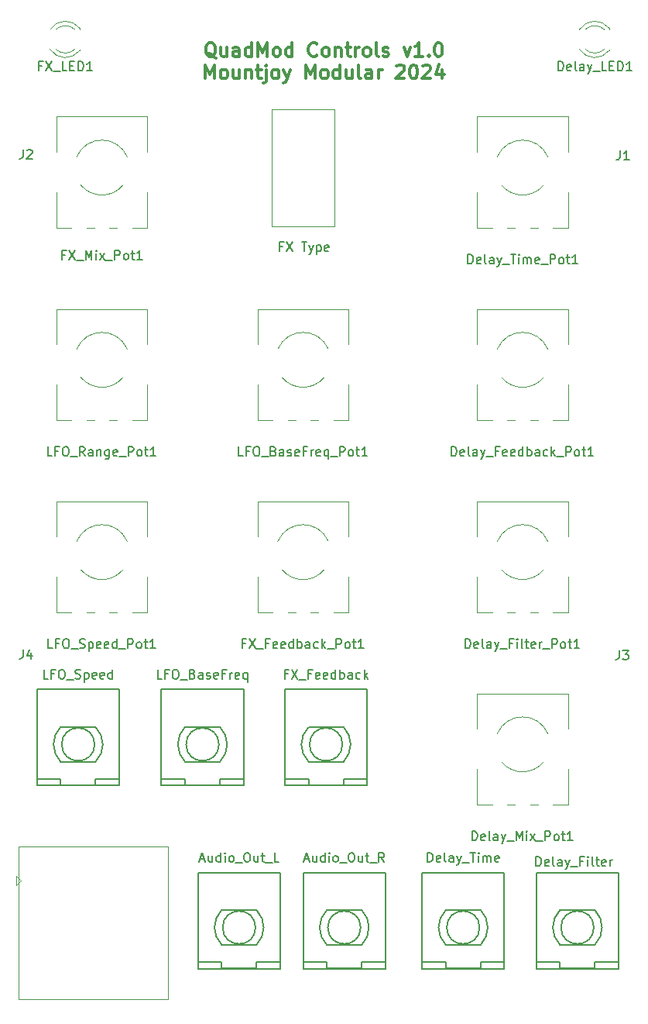
<source format=gbr>
%TF.GenerationSoftware,KiCad,Pcbnew,7.0.9*%
%TF.CreationDate,2024-02-02T16:30:56+00:00*%
%TF.ProjectId,QuadMod_Controls,51756164-4d6f-4645-9f43-6f6e74726f6c,rev?*%
%TF.SameCoordinates,Original*%
%TF.FileFunction,Legend,Top*%
%TF.FilePolarity,Positive*%
%FSLAX46Y46*%
G04 Gerber Fmt 4.6, Leading zero omitted, Abs format (unit mm)*
G04 Created by KiCad (PCBNEW 7.0.9) date 2024-02-02 16:30:56*
%MOMM*%
%LPD*%
G01*
G04 APERTURE LIST*
%ADD10C,0.300000*%
%ADD11C,0.150000*%
%ADD12C,0.120000*%
G04 APERTURE END LIST*
D10*
X123442856Y-56013685D02*
X123299999Y-55942257D01*
X123299999Y-55942257D02*
X123157142Y-55799400D01*
X123157142Y-55799400D02*
X122942856Y-55585114D01*
X122942856Y-55585114D02*
X122799999Y-55513685D01*
X122799999Y-55513685D02*
X122657142Y-55513685D01*
X122728571Y-55870828D02*
X122585714Y-55799400D01*
X122585714Y-55799400D02*
X122442856Y-55656542D01*
X122442856Y-55656542D02*
X122371428Y-55370828D01*
X122371428Y-55370828D02*
X122371428Y-54870828D01*
X122371428Y-54870828D02*
X122442856Y-54585114D01*
X122442856Y-54585114D02*
X122585714Y-54442257D01*
X122585714Y-54442257D02*
X122728571Y-54370828D01*
X122728571Y-54370828D02*
X123014285Y-54370828D01*
X123014285Y-54370828D02*
X123157142Y-54442257D01*
X123157142Y-54442257D02*
X123299999Y-54585114D01*
X123299999Y-54585114D02*
X123371428Y-54870828D01*
X123371428Y-54870828D02*
X123371428Y-55370828D01*
X123371428Y-55370828D02*
X123299999Y-55656542D01*
X123299999Y-55656542D02*
X123157142Y-55799400D01*
X123157142Y-55799400D02*
X123014285Y-55870828D01*
X123014285Y-55870828D02*
X122728571Y-55870828D01*
X124657143Y-54870828D02*
X124657143Y-55870828D01*
X124014285Y-54870828D02*
X124014285Y-55656542D01*
X124014285Y-55656542D02*
X124085714Y-55799400D01*
X124085714Y-55799400D02*
X124228571Y-55870828D01*
X124228571Y-55870828D02*
X124442857Y-55870828D01*
X124442857Y-55870828D02*
X124585714Y-55799400D01*
X124585714Y-55799400D02*
X124657143Y-55727971D01*
X126014286Y-55870828D02*
X126014286Y-55085114D01*
X126014286Y-55085114D02*
X125942857Y-54942257D01*
X125942857Y-54942257D02*
X125800000Y-54870828D01*
X125800000Y-54870828D02*
X125514286Y-54870828D01*
X125514286Y-54870828D02*
X125371428Y-54942257D01*
X126014286Y-55799400D02*
X125871428Y-55870828D01*
X125871428Y-55870828D02*
X125514286Y-55870828D01*
X125514286Y-55870828D02*
X125371428Y-55799400D01*
X125371428Y-55799400D02*
X125300000Y-55656542D01*
X125300000Y-55656542D02*
X125300000Y-55513685D01*
X125300000Y-55513685D02*
X125371428Y-55370828D01*
X125371428Y-55370828D02*
X125514286Y-55299400D01*
X125514286Y-55299400D02*
X125871428Y-55299400D01*
X125871428Y-55299400D02*
X126014286Y-55227971D01*
X127371429Y-55870828D02*
X127371429Y-54370828D01*
X127371429Y-55799400D02*
X127228571Y-55870828D01*
X127228571Y-55870828D02*
X126942857Y-55870828D01*
X126942857Y-55870828D02*
X126800000Y-55799400D01*
X126800000Y-55799400D02*
X126728571Y-55727971D01*
X126728571Y-55727971D02*
X126657143Y-55585114D01*
X126657143Y-55585114D02*
X126657143Y-55156542D01*
X126657143Y-55156542D02*
X126728571Y-55013685D01*
X126728571Y-55013685D02*
X126800000Y-54942257D01*
X126800000Y-54942257D02*
X126942857Y-54870828D01*
X126942857Y-54870828D02*
X127228571Y-54870828D01*
X127228571Y-54870828D02*
X127371429Y-54942257D01*
X128085714Y-55870828D02*
X128085714Y-54370828D01*
X128085714Y-54370828D02*
X128585714Y-55442257D01*
X128585714Y-55442257D02*
X129085714Y-54370828D01*
X129085714Y-54370828D02*
X129085714Y-55870828D01*
X130014286Y-55870828D02*
X129871429Y-55799400D01*
X129871429Y-55799400D02*
X129800000Y-55727971D01*
X129800000Y-55727971D02*
X129728572Y-55585114D01*
X129728572Y-55585114D02*
X129728572Y-55156542D01*
X129728572Y-55156542D02*
X129800000Y-55013685D01*
X129800000Y-55013685D02*
X129871429Y-54942257D01*
X129871429Y-54942257D02*
X130014286Y-54870828D01*
X130014286Y-54870828D02*
X130228572Y-54870828D01*
X130228572Y-54870828D02*
X130371429Y-54942257D01*
X130371429Y-54942257D02*
X130442858Y-55013685D01*
X130442858Y-55013685D02*
X130514286Y-55156542D01*
X130514286Y-55156542D02*
X130514286Y-55585114D01*
X130514286Y-55585114D02*
X130442858Y-55727971D01*
X130442858Y-55727971D02*
X130371429Y-55799400D01*
X130371429Y-55799400D02*
X130228572Y-55870828D01*
X130228572Y-55870828D02*
X130014286Y-55870828D01*
X131800001Y-55870828D02*
X131800001Y-54370828D01*
X131800001Y-55799400D02*
X131657143Y-55870828D01*
X131657143Y-55870828D02*
X131371429Y-55870828D01*
X131371429Y-55870828D02*
X131228572Y-55799400D01*
X131228572Y-55799400D02*
X131157143Y-55727971D01*
X131157143Y-55727971D02*
X131085715Y-55585114D01*
X131085715Y-55585114D02*
X131085715Y-55156542D01*
X131085715Y-55156542D02*
X131157143Y-55013685D01*
X131157143Y-55013685D02*
X131228572Y-54942257D01*
X131228572Y-54942257D02*
X131371429Y-54870828D01*
X131371429Y-54870828D02*
X131657143Y-54870828D01*
X131657143Y-54870828D02*
X131800001Y-54942257D01*
X134514286Y-55727971D02*
X134442858Y-55799400D01*
X134442858Y-55799400D02*
X134228572Y-55870828D01*
X134228572Y-55870828D02*
X134085715Y-55870828D01*
X134085715Y-55870828D02*
X133871429Y-55799400D01*
X133871429Y-55799400D02*
X133728572Y-55656542D01*
X133728572Y-55656542D02*
X133657143Y-55513685D01*
X133657143Y-55513685D02*
X133585715Y-55227971D01*
X133585715Y-55227971D02*
X133585715Y-55013685D01*
X133585715Y-55013685D02*
X133657143Y-54727971D01*
X133657143Y-54727971D02*
X133728572Y-54585114D01*
X133728572Y-54585114D02*
X133871429Y-54442257D01*
X133871429Y-54442257D02*
X134085715Y-54370828D01*
X134085715Y-54370828D02*
X134228572Y-54370828D01*
X134228572Y-54370828D02*
X134442858Y-54442257D01*
X134442858Y-54442257D02*
X134514286Y-54513685D01*
X135371429Y-55870828D02*
X135228572Y-55799400D01*
X135228572Y-55799400D02*
X135157143Y-55727971D01*
X135157143Y-55727971D02*
X135085715Y-55585114D01*
X135085715Y-55585114D02*
X135085715Y-55156542D01*
X135085715Y-55156542D02*
X135157143Y-55013685D01*
X135157143Y-55013685D02*
X135228572Y-54942257D01*
X135228572Y-54942257D02*
X135371429Y-54870828D01*
X135371429Y-54870828D02*
X135585715Y-54870828D01*
X135585715Y-54870828D02*
X135728572Y-54942257D01*
X135728572Y-54942257D02*
X135800001Y-55013685D01*
X135800001Y-55013685D02*
X135871429Y-55156542D01*
X135871429Y-55156542D02*
X135871429Y-55585114D01*
X135871429Y-55585114D02*
X135800001Y-55727971D01*
X135800001Y-55727971D02*
X135728572Y-55799400D01*
X135728572Y-55799400D02*
X135585715Y-55870828D01*
X135585715Y-55870828D02*
X135371429Y-55870828D01*
X136514286Y-54870828D02*
X136514286Y-55870828D01*
X136514286Y-55013685D02*
X136585715Y-54942257D01*
X136585715Y-54942257D02*
X136728572Y-54870828D01*
X136728572Y-54870828D02*
X136942858Y-54870828D01*
X136942858Y-54870828D02*
X137085715Y-54942257D01*
X137085715Y-54942257D02*
X137157144Y-55085114D01*
X137157144Y-55085114D02*
X137157144Y-55870828D01*
X137657144Y-54870828D02*
X138228572Y-54870828D01*
X137871429Y-54370828D02*
X137871429Y-55656542D01*
X137871429Y-55656542D02*
X137942858Y-55799400D01*
X137942858Y-55799400D02*
X138085715Y-55870828D01*
X138085715Y-55870828D02*
X138228572Y-55870828D01*
X138728572Y-55870828D02*
X138728572Y-54870828D01*
X138728572Y-55156542D02*
X138800001Y-55013685D01*
X138800001Y-55013685D02*
X138871430Y-54942257D01*
X138871430Y-54942257D02*
X139014287Y-54870828D01*
X139014287Y-54870828D02*
X139157144Y-54870828D01*
X139871429Y-55870828D02*
X139728572Y-55799400D01*
X139728572Y-55799400D02*
X139657143Y-55727971D01*
X139657143Y-55727971D02*
X139585715Y-55585114D01*
X139585715Y-55585114D02*
X139585715Y-55156542D01*
X139585715Y-55156542D02*
X139657143Y-55013685D01*
X139657143Y-55013685D02*
X139728572Y-54942257D01*
X139728572Y-54942257D02*
X139871429Y-54870828D01*
X139871429Y-54870828D02*
X140085715Y-54870828D01*
X140085715Y-54870828D02*
X140228572Y-54942257D01*
X140228572Y-54942257D02*
X140300001Y-55013685D01*
X140300001Y-55013685D02*
X140371429Y-55156542D01*
X140371429Y-55156542D02*
X140371429Y-55585114D01*
X140371429Y-55585114D02*
X140300001Y-55727971D01*
X140300001Y-55727971D02*
X140228572Y-55799400D01*
X140228572Y-55799400D02*
X140085715Y-55870828D01*
X140085715Y-55870828D02*
X139871429Y-55870828D01*
X141228572Y-55870828D02*
X141085715Y-55799400D01*
X141085715Y-55799400D02*
X141014286Y-55656542D01*
X141014286Y-55656542D02*
X141014286Y-54370828D01*
X141728572Y-55799400D02*
X141871429Y-55870828D01*
X141871429Y-55870828D02*
X142157143Y-55870828D01*
X142157143Y-55870828D02*
X142300000Y-55799400D01*
X142300000Y-55799400D02*
X142371429Y-55656542D01*
X142371429Y-55656542D02*
X142371429Y-55585114D01*
X142371429Y-55585114D02*
X142300000Y-55442257D01*
X142300000Y-55442257D02*
X142157143Y-55370828D01*
X142157143Y-55370828D02*
X141942858Y-55370828D01*
X141942858Y-55370828D02*
X141800000Y-55299400D01*
X141800000Y-55299400D02*
X141728572Y-55156542D01*
X141728572Y-55156542D02*
X141728572Y-55085114D01*
X141728572Y-55085114D02*
X141800000Y-54942257D01*
X141800000Y-54942257D02*
X141942858Y-54870828D01*
X141942858Y-54870828D02*
X142157143Y-54870828D01*
X142157143Y-54870828D02*
X142300000Y-54942257D01*
X144014286Y-54870828D02*
X144371429Y-55870828D01*
X144371429Y-55870828D02*
X144728572Y-54870828D01*
X146085715Y-55870828D02*
X145228572Y-55870828D01*
X145657143Y-55870828D02*
X145657143Y-54370828D01*
X145657143Y-54370828D02*
X145514286Y-54585114D01*
X145514286Y-54585114D02*
X145371429Y-54727971D01*
X145371429Y-54727971D02*
X145228572Y-54799400D01*
X146728571Y-55727971D02*
X146800000Y-55799400D01*
X146800000Y-55799400D02*
X146728571Y-55870828D01*
X146728571Y-55870828D02*
X146657143Y-55799400D01*
X146657143Y-55799400D02*
X146728571Y-55727971D01*
X146728571Y-55727971D02*
X146728571Y-55870828D01*
X147728572Y-54370828D02*
X147871429Y-54370828D01*
X147871429Y-54370828D02*
X148014286Y-54442257D01*
X148014286Y-54442257D02*
X148085715Y-54513685D01*
X148085715Y-54513685D02*
X148157143Y-54656542D01*
X148157143Y-54656542D02*
X148228572Y-54942257D01*
X148228572Y-54942257D02*
X148228572Y-55299400D01*
X148228572Y-55299400D02*
X148157143Y-55585114D01*
X148157143Y-55585114D02*
X148085715Y-55727971D01*
X148085715Y-55727971D02*
X148014286Y-55799400D01*
X148014286Y-55799400D02*
X147871429Y-55870828D01*
X147871429Y-55870828D02*
X147728572Y-55870828D01*
X147728572Y-55870828D02*
X147585715Y-55799400D01*
X147585715Y-55799400D02*
X147514286Y-55727971D01*
X147514286Y-55727971D02*
X147442857Y-55585114D01*
X147442857Y-55585114D02*
X147371429Y-55299400D01*
X147371429Y-55299400D02*
X147371429Y-54942257D01*
X147371429Y-54942257D02*
X147442857Y-54656542D01*
X147442857Y-54656542D02*
X147514286Y-54513685D01*
X147514286Y-54513685D02*
X147585715Y-54442257D01*
X147585715Y-54442257D02*
X147728572Y-54370828D01*
X122300000Y-58285828D02*
X122300000Y-56785828D01*
X122300000Y-56785828D02*
X122800000Y-57857257D01*
X122800000Y-57857257D02*
X123300000Y-56785828D01*
X123300000Y-56785828D02*
X123300000Y-58285828D01*
X124228572Y-58285828D02*
X124085715Y-58214400D01*
X124085715Y-58214400D02*
X124014286Y-58142971D01*
X124014286Y-58142971D02*
X123942858Y-58000114D01*
X123942858Y-58000114D02*
X123942858Y-57571542D01*
X123942858Y-57571542D02*
X124014286Y-57428685D01*
X124014286Y-57428685D02*
X124085715Y-57357257D01*
X124085715Y-57357257D02*
X124228572Y-57285828D01*
X124228572Y-57285828D02*
X124442858Y-57285828D01*
X124442858Y-57285828D02*
X124585715Y-57357257D01*
X124585715Y-57357257D02*
X124657144Y-57428685D01*
X124657144Y-57428685D02*
X124728572Y-57571542D01*
X124728572Y-57571542D02*
X124728572Y-58000114D01*
X124728572Y-58000114D02*
X124657144Y-58142971D01*
X124657144Y-58142971D02*
X124585715Y-58214400D01*
X124585715Y-58214400D02*
X124442858Y-58285828D01*
X124442858Y-58285828D02*
X124228572Y-58285828D01*
X126014287Y-57285828D02*
X126014287Y-58285828D01*
X125371429Y-57285828D02*
X125371429Y-58071542D01*
X125371429Y-58071542D02*
X125442858Y-58214400D01*
X125442858Y-58214400D02*
X125585715Y-58285828D01*
X125585715Y-58285828D02*
X125800001Y-58285828D01*
X125800001Y-58285828D02*
X125942858Y-58214400D01*
X125942858Y-58214400D02*
X126014287Y-58142971D01*
X126728572Y-57285828D02*
X126728572Y-58285828D01*
X126728572Y-57428685D02*
X126800001Y-57357257D01*
X126800001Y-57357257D02*
X126942858Y-57285828D01*
X126942858Y-57285828D02*
X127157144Y-57285828D01*
X127157144Y-57285828D02*
X127300001Y-57357257D01*
X127300001Y-57357257D02*
X127371430Y-57500114D01*
X127371430Y-57500114D02*
X127371430Y-58285828D01*
X127871430Y-57285828D02*
X128442858Y-57285828D01*
X128085715Y-56785828D02*
X128085715Y-58071542D01*
X128085715Y-58071542D02*
X128157144Y-58214400D01*
X128157144Y-58214400D02*
X128300001Y-58285828D01*
X128300001Y-58285828D02*
X128442858Y-58285828D01*
X128942858Y-57285828D02*
X128942858Y-58571542D01*
X128942858Y-58571542D02*
X128871430Y-58714400D01*
X128871430Y-58714400D02*
X128728573Y-58785828D01*
X128728573Y-58785828D02*
X128657144Y-58785828D01*
X128942858Y-56785828D02*
X128871430Y-56857257D01*
X128871430Y-56857257D02*
X128942858Y-56928685D01*
X128942858Y-56928685D02*
X129014287Y-56857257D01*
X129014287Y-56857257D02*
X128942858Y-56785828D01*
X128942858Y-56785828D02*
X128942858Y-56928685D01*
X129871430Y-58285828D02*
X129728573Y-58214400D01*
X129728573Y-58214400D02*
X129657144Y-58142971D01*
X129657144Y-58142971D02*
X129585716Y-58000114D01*
X129585716Y-58000114D02*
X129585716Y-57571542D01*
X129585716Y-57571542D02*
X129657144Y-57428685D01*
X129657144Y-57428685D02*
X129728573Y-57357257D01*
X129728573Y-57357257D02*
X129871430Y-57285828D01*
X129871430Y-57285828D02*
X130085716Y-57285828D01*
X130085716Y-57285828D02*
X130228573Y-57357257D01*
X130228573Y-57357257D02*
X130300002Y-57428685D01*
X130300002Y-57428685D02*
X130371430Y-57571542D01*
X130371430Y-57571542D02*
X130371430Y-58000114D01*
X130371430Y-58000114D02*
X130300002Y-58142971D01*
X130300002Y-58142971D02*
X130228573Y-58214400D01*
X130228573Y-58214400D02*
X130085716Y-58285828D01*
X130085716Y-58285828D02*
X129871430Y-58285828D01*
X130871430Y-57285828D02*
X131228573Y-58285828D01*
X131585716Y-57285828D02*
X131228573Y-58285828D01*
X131228573Y-58285828D02*
X131085716Y-58642971D01*
X131085716Y-58642971D02*
X131014287Y-58714400D01*
X131014287Y-58714400D02*
X130871430Y-58785828D01*
X133300001Y-58285828D02*
X133300001Y-56785828D01*
X133300001Y-56785828D02*
X133800001Y-57857257D01*
X133800001Y-57857257D02*
X134300001Y-56785828D01*
X134300001Y-56785828D02*
X134300001Y-58285828D01*
X135228573Y-58285828D02*
X135085716Y-58214400D01*
X135085716Y-58214400D02*
X135014287Y-58142971D01*
X135014287Y-58142971D02*
X134942859Y-58000114D01*
X134942859Y-58000114D02*
X134942859Y-57571542D01*
X134942859Y-57571542D02*
X135014287Y-57428685D01*
X135014287Y-57428685D02*
X135085716Y-57357257D01*
X135085716Y-57357257D02*
X135228573Y-57285828D01*
X135228573Y-57285828D02*
X135442859Y-57285828D01*
X135442859Y-57285828D02*
X135585716Y-57357257D01*
X135585716Y-57357257D02*
X135657145Y-57428685D01*
X135657145Y-57428685D02*
X135728573Y-57571542D01*
X135728573Y-57571542D02*
X135728573Y-58000114D01*
X135728573Y-58000114D02*
X135657145Y-58142971D01*
X135657145Y-58142971D02*
X135585716Y-58214400D01*
X135585716Y-58214400D02*
X135442859Y-58285828D01*
X135442859Y-58285828D02*
X135228573Y-58285828D01*
X137014288Y-58285828D02*
X137014288Y-56785828D01*
X137014288Y-58214400D02*
X136871430Y-58285828D01*
X136871430Y-58285828D02*
X136585716Y-58285828D01*
X136585716Y-58285828D02*
X136442859Y-58214400D01*
X136442859Y-58214400D02*
X136371430Y-58142971D01*
X136371430Y-58142971D02*
X136300002Y-58000114D01*
X136300002Y-58000114D02*
X136300002Y-57571542D01*
X136300002Y-57571542D02*
X136371430Y-57428685D01*
X136371430Y-57428685D02*
X136442859Y-57357257D01*
X136442859Y-57357257D02*
X136585716Y-57285828D01*
X136585716Y-57285828D02*
X136871430Y-57285828D01*
X136871430Y-57285828D02*
X137014288Y-57357257D01*
X138371431Y-57285828D02*
X138371431Y-58285828D01*
X137728573Y-57285828D02*
X137728573Y-58071542D01*
X137728573Y-58071542D02*
X137800002Y-58214400D01*
X137800002Y-58214400D02*
X137942859Y-58285828D01*
X137942859Y-58285828D02*
X138157145Y-58285828D01*
X138157145Y-58285828D02*
X138300002Y-58214400D01*
X138300002Y-58214400D02*
X138371431Y-58142971D01*
X139300002Y-58285828D02*
X139157145Y-58214400D01*
X139157145Y-58214400D02*
X139085716Y-58071542D01*
X139085716Y-58071542D02*
X139085716Y-56785828D01*
X140514288Y-58285828D02*
X140514288Y-57500114D01*
X140514288Y-57500114D02*
X140442859Y-57357257D01*
X140442859Y-57357257D02*
X140300002Y-57285828D01*
X140300002Y-57285828D02*
X140014288Y-57285828D01*
X140014288Y-57285828D02*
X139871430Y-57357257D01*
X140514288Y-58214400D02*
X140371430Y-58285828D01*
X140371430Y-58285828D02*
X140014288Y-58285828D01*
X140014288Y-58285828D02*
X139871430Y-58214400D01*
X139871430Y-58214400D02*
X139800002Y-58071542D01*
X139800002Y-58071542D02*
X139800002Y-57928685D01*
X139800002Y-57928685D02*
X139871430Y-57785828D01*
X139871430Y-57785828D02*
X140014288Y-57714400D01*
X140014288Y-57714400D02*
X140371430Y-57714400D01*
X140371430Y-57714400D02*
X140514288Y-57642971D01*
X141228573Y-58285828D02*
X141228573Y-57285828D01*
X141228573Y-57571542D02*
X141300002Y-57428685D01*
X141300002Y-57428685D02*
X141371431Y-57357257D01*
X141371431Y-57357257D02*
X141514288Y-57285828D01*
X141514288Y-57285828D02*
X141657145Y-57285828D01*
X143228573Y-56928685D02*
X143300001Y-56857257D01*
X143300001Y-56857257D02*
X143442859Y-56785828D01*
X143442859Y-56785828D02*
X143800001Y-56785828D01*
X143800001Y-56785828D02*
X143942859Y-56857257D01*
X143942859Y-56857257D02*
X144014287Y-56928685D01*
X144014287Y-56928685D02*
X144085716Y-57071542D01*
X144085716Y-57071542D02*
X144085716Y-57214400D01*
X144085716Y-57214400D02*
X144014287Y-57428685D01*
X144014287Y-57428685D02*
X143157144Y-58285828D01*
X143157144Y-58285828D02*
X144085716Y-58285828D01*
X145014287Y-56785828D02*
X145157144Y-56785828D01*
X145157144Y-56785828D02*
X145300001Y-56857257D01*
X145300001Y-56857257D02*
X145371430Y-56928685D01*
X145371430Y-56928685D02*
X145442858Y-57071542D01*
X145442858Y-57071542D02*
X145514287Y-57357257D01*
X145514287Y-57357257D02*
X145514287Y-57714400D01*
X145514287Y-57714400D02*
X145442858Y-58000114D01*
X145442858Y-58000114D02*
X145371430Y-58142971D01*
X145371430Y-58142971D02*
X145300001Y-58214400D01*
X145300001Y-58214400D02*
X145157144Y-58285828D01*
X145157144Y-58285828D02*
X145014287Y-58285828D01*
X145014287Y-58285828D02*
X144871430Y-58214400D01*
X144871430Y-58214400D02*
X144800001Y-58142971D01*
X144800001Y-58142971D02*
X144728572Y-58000114D01*
X144728572Y-58000114D02*
X144657144Y-57714400D01*
X144657144Y-57714400D02*
X144657144Y-57357257D01*
X144657144Y-57357257D02*
X144728572Y-57071542D01*
X144728572Y-57071542D02*
X144800001Y-56928685D01*
X144800001Y-56928685D02*
X144871430Y-56857257D01*
X144871430Y-56857257D02*
X145014287Y-56785828D01*
X146085715Y-56928685D02*
X146157143Y-56857257D01*
X146157143Y-56857257D02*
X146300001Y-56785828D01*
X146300001Y-56785828D02*
X146657143Y-56785828D01*
X146657143Y-56785828D02*
X146800001Y-56857257D01*
X146800001Y-56857257D02*
X146871429Y-56928685D01*
X146871429Y-56928685D02*
X146942858Y-57071542D01*
X146942858Y-57071542D02*
X146942858Y-57214400D01*
X146942858Y-57214400D02*
X146871429Y-57428685D01*
X146871429Y-57428685D02*
X146014286Y-58285828D01*
X146014286Y-58285828D02*
X146942858Y-58285828D01*
X148228572Y-57285828D02*
X148228572Y-58285828D01*
X147871429Y-56714400D02*
X147514286Y-57785828D01*
X147514286Y-57785828D02*
X148442857Y-57785828D01*
D11*
X167566666Y-120754819D02*
X167566666Y-121469104D01*
X167566666Y-121469104D02*
X167519047Y-121611961D01*
X167519047Y-121611961D02*
X167423809Y-121707200D01*
X167423809Y-121707200D02*
X167280952Y-121754819D01*
X167280952Y-121754819D02*
X167185714Y-121754819D01*
X167947619Y-120754819D02*
X168566666Y-120754819D01*
X168566666Y-120754819D02*
X168233333Y-121135771D01*
X168233333Y-121135771D02*
X168376190Y-121135771D01*
X168376190Y-121135771D02*
X168471428Y-121183390D01*
X168471428Y-121183390D02*
X168519047Y-121231009D01*
X168519047Y-121231009D02*
X168566666Y-121326247D01*
X168566666Y-121326247D02*
X168566666Y-121564342D01*
X168566666Y-121564342D02*
X168519047Y-121659580D01*
X168519047Y-121659580D02*
X168471428Y-121707200D01*
X168471428Y-121707200D02*
X168376190Y-121754819D01*
X168376190Y-121754819D02*
X168090476Y-121754819D01*
X168090476Y-121754819D02*
X167995238Y-121707200D01*
X167995238Y-121707200D02*
X167947619Y-121659580D01*
X102366666Y-66054819D02*
X102366666Y-66769104D01*
X102366666Y-66769104D02*
X102319047Y-66911961D01*
X102319047Y-66911961D02*
X102223809Y-67007200D01*
X102223809Y-67007200D02*
X102080952Y-67054819D01*
X102080952Y-67054819D02*
X101985714Y-67054819D01*
X102795238Y-66150057D02*
X102842857Y-66102438D01*
X102842857Y-66102438D02*
X102938095Y-66054819D01*
X102938095Y-66054819D02*
X103176190Y-66054819D01*
X103176190Y-66054819D02*
X103271428Y-66102438D01*
X103271428Y-66102438D02*
X103319047Y-66150057D01*
X103319047Y-66150057D02*
X103366666Y-66245295D01*
X103366666Y-66245295D02*
X103366666Y-66340533D01*
X103366666Y-66340533D02*
X103319047Y-66483390D01*
X103319047Y-66483390D02*
X102747619Y-67054819D01*
X102747619Y-67054819D02*
X103366666Y-67054819D01*
X102366666Y-120654819D02*
X102366666Y-121369104D01*
X102366666Y-121369104D02*
X102319047Y-121511961D01*
X102319047Y-121511961D02*
X102223809Y-121607200D01*
X102223809Y-121607200D02*
X102080952Y-121654819D01*
X102080952Y-121654819D02*
X101985714Y-121654819D01*
X103271428Y-120988152D02*
X103271428Y-121654819D01*
X103033333Y-120607200D02*
X102795238Y-121321485D01*
X102795238Y-121321485D02*
X103414285Y-121321485D01*
X167666666Y-66154819D02*
X167666666Y-66869104D01*
X167666666Y-66869104D02*
X167619047Y-67011961D01*
X167619047Y-67011961D02*
X167523809Y-67107200D01*
X167523809Y-67107200D02*
X167380952Y-67154819D01*
X167380952Y-67154819D02*
X167285714Y-67154819D01*
X168666666Y-67154819D02*
X168095238Y-67154819D01*
X168380952Y-67154819D02*
X168380952Y-66154819D01*
X168380952Y-66154819D02*
X168285714Y-66297676D01*
X168285714Y-66297676D02*
X168190476Y-66392914D01*
X168190476Y-66392914D02*
X168095238Y-66440533D01*
X130742856Y-76631009D02*
X130409523Y-76631009D01*
X130409523Y-77154819D02*
X130409523Y-76154819D01*
X130409523Y-76154819D02*
X130885713Y-76154819D01*
X131171428Y-76154819D02*
X131838094Y-77154819D01*
X131838094Y-76154819D02*
X131171428Y-77154819D01*
X132838095Y-76154819D02*
X133409523Y-76154819D01*
X133123809Y-77154819D02*
X133123809Y-76154819D01*
X133647619Y-76488152D02*
X133885714Y-77154819D01*
X134123809Y-76488152D02*
X133885714Y-77154819D01*
X133885714Y-77154819D02*
X133790476Y-77392914D01*
X133790476Y-77392914D02*
X133742857Y-77440533D01*
X133742857Y-77440533D02*
X133647619Y-77488152D01*
X134504762Y-76488152D02*
X134504762Y-77488152D01*
X134504762Y-76535771D02*
X134600000Y-76488152D01*
X134600000Y-76488152D02*
X134790476Y-76488152D01*
X134790476Y-76488152D02*
X134885714Y-76535771D01*
X134885714Y-76535771D02*
X134933333Y-76583390D01*
X134933333Y-76583390D02*
X134980952Y-76678628D01*
X134980952Y-76678628D02*
X134980952Y-76964342D01*
X134980952Y-76964342D02*
X134933333Y-77059580D01*
X134933333Y-77059580D02*
X134885714Y-77107200D01*
X134885714Y-77107200D02*
X134790476Y-77154819D01*
X134790476Y-77154819D02*
X134600000Y-77154819D01*
X134600000Y-77154819D02*
X134504762Y-77107200D01*
X135790476Y-77107200D02*
X135695238Y-77154819D01*
X135695238Y-77154819D02*
X135504762Y-77154819D01*
X135504762Y-77154819D02*
X135409524Y-77107200D01*
X135409524Y-77107200D02*
X135361905Y-77011961D01*
X135361905Y-77011961D02*
X135361905Y-76631009D01*
X135361905Y-76631009D02*
X135409524Y-76535771D01*
X135409524Y-76535771D02*
X135504762Y-76488152D01*
X135504762Y-76488152D02*
X135695238Y-76488152D01*
X135695238Y-76488152D02*
X135790476Y-76535771D01*
X135790476Y-76535771D02*
X135838095Y-76631009D01*
X135838095Y-76631009D02*
X135838095Y-76726247D01*
X135838095Y-76726247D02*
X135361905Y-76821485D01*
X106976190Y-77531009D02*
X106642857Y-77531009D01*
X106642857Y-78054819D02*
X106642857Y-77054819D01*
X106642857Y-77054819D02*
X107119047Y-77054819D01*
X107404762Y-77054819D02*
X108071428Y-78054819D01*
X108071428Y-77054819D02*
X107404762Y-78054819D01*
X108214286Y-78150057D02*
X108976190Y-78150057D01*
X109214286Y-78054819D02*
X109214286Y-77054819D01*
X109214286Y-77054819D02*
X109547619Y-77769104D01*
X109547619Y-77769104D02*
X109880952Y-77054819D01*
X109880952Y-77054819D02*
X109880952Y-78054819D01*
X110357143Y-78054819D02*
X110357143Y-77388152D01*
X110357143Y-77054819D02*
X110309524Y-77102438D01*
X110309524Y-77102438D02*
X110357143Y-77150057D01*
X110357143Y-77150057D02*
X110404762Y-77102438D01*
X110404762Y-77102438D02*
X110357143Y-77054819D01*
X110357143Y-77054819D02*
X110357143Y-77150057D01*
X110738095Y-78054819D02*
X111261904Y-77388152D01*
X110738095Y-77388152D02*
X111261904Y-78054819D01*
X111404762Y-78150057D02*
X112166666Y-78150057D01*
X112404762Y-78054819D02*
X112404762Y-77054819D01*
X112404762Y-77054819D02*
X112785714Y-77054819D01*
X112785714Y-77054819D02*
X112880952Y-77102438D01*
X112880952Y-77102438D02*
X112928571Y-77150057D01*
X112928571Y-77150057D02*
X112976190Y-77245295D01*
X112976190Y-77245295D02*
X112976190Y-77388152D01*
X112976190Y-77388152D02*
X112928571Y-77483390D01*
X112928571Y-77483390D02*
X112880952Y-77531009D01*
X112880952Y-77531009D02*
X112785714Y-77578628D01*
X112785714Y-77578628D02*
X112404762Y-77578628D01*
X113547619Y-78054819D02*
X113452381Y-78007200D01*
X113452381Y-78007200D02*
X113404762Y-77959580D01*
X113404762Y-77959580D02*
X113357143Y-77864342D01*
X113357143Y-77864342D02*
X113357143Y-77578628D01*
X113357143Y-77578628D02*
X113404762Y-77483390D01*
X113404762Y-77483390D02*
X113452381Y-77435771D01*
X113452381Y-77435771D02*
X113547619Y-77388152D01*
X113547619Y-77388152D02*
X113690476Y-77388152D01*
X113690476Y-77388152D02*
X113785714Y-77435771D01*
X113785714Y-77435771D02*
X113833333Y-77483390D01*
X113833333Y-77483390D02*
X113880952Y-77578628D01*
X113880952Y-77578628D02*
X113880952Y-77864342D01*
X113880952Y-77864342D02*
X113833333Y-77959580D01*
X113833333Y-77959580D02*
X113785714Y-78007200D01*
X113785714Y-78007200D02*
X113690476Y-78054819D01*
X113690476Y-78054819D02*
X113547619Y-78054819D01*
X114166667Y-77388152D02*
X114547619Y-77388152D01*
X114309524Y-77054819D02*
X114309524Y-77911961D01*
X114309524Y-77911961D02*
X114357143Y-78007200D01*
X114357143Y-78007200D02*
X114452381Y-78054819D01*
X114452381Y-78054819D02*
X114547619Y-78054819D01*
X115404762Y-78054819D02*
X114833334Y-78054819D01*
X115119048Y-78054819D02*
X115119048Y-77054819D01*
X115119048Y-77054819D02*
X115023810Y-77197676D01*
X115023810Y-77197676D02*
X114928572Y-77292914D01*
X114928572Y-77292914D02*
X114833334Y-77340533D01*
X149221903Y-99494819D02*
X149221903Y-98494819D01*
X149221903Y-98494819D02*
X149459998Y-98494819D01*
X149459998Y-98494819D02*
X149602855Y-98542438D01*
X149602855Y-98542438D02*
X149698093Y-98637676D01*
X149698093Y-98637676D02*
X149745712Y-98732914D01*
X149745712Y-98732914D02*
X149793331Y-98923390D01*
X149793331Y-98923390D02*
X149793331Y-99066247D01*
X149793331Y-99066247D02*
X149745712Y-99256723D01*
X149745712Y-99256723D02*
X149698093Y-99351961D01*
X149698093Y-99351961D02*
X149602855Y-99447200D01*
X149602855Y-99447200D02*
X149459998Y-99494819D01*
X149459998Y-99494819D02*
X149221903Y-99494819D01*
X150602855Y-99447200D02*
X150507617Y-99494819D01*
X150507617Y-99494819D02*
X150317141Y-99494819D01*
X150317141Y-99494819D02*
X150221903Y-99447200D01*
X150221903Y-99447200D02*
X150174284Y-99351961D01*
X150174284Y-99351961D02*
X150174284Y-98971009D01*
X150174284Y-98971009D02*
X150221903Y-98875771D01*
X150221903Y-98875771D02*
X150317141Y-98828152D01*
X150317141Y-98828152D02*
X150507617Y-98828152D01*
X150507617Y-98828152D02*
X150602855Y-98875771D01*
X150602855Y-98875771D02*
X150650474Y-98971009D01*
X150650474Y-98971009D02*
X150650474Y-99066247D01*
X150650474Y-99066247D02*
X150174284Y-99161485D01*
X151221903Y-99494819D02*
X151126665Y-99447200D01*
X151126665Y-99447200D02*
X151079046Y-99351961D01*
X151079046Y-99351961D02*
X151079046Y-98494819D01*
X152031427Y-99494819D02*
X152031427Y-98971009D01*
X152031427Y-98971009D02*
X151983808Y-98875771D01*
X151983808Y-98875771D02*
X151888570Y-98828152D01*
X151888570Y-98828152D02*
X151698094Y-98828152D01*
X151698094Y-98828152D02*
X151602856Y-98875771D01*
X152031427Y-99447200D02*
X151936189Y-99494819D01*
X151936189Y-99494819D02*
X151698094Y-99494819D01*
X151698094Y-99494819D02*
X151602856Y-99447200D01*
X151602856Y-99447200D02*
X151555237Y-99351961D01*
X151555237Y-99351961D02*
X151555237Y-99256723D01*
X151555237Y-99256723D02*
X151602856Y-99161485D01*
X151602856Y-99161485D02*
X151698094Y-99113866D01*
X151698094Y-99113866D02*
X151936189Y-99113866D01*
X151936189Y-99113866D02*
X152031427Y-99066247D01*
X152412380Y-98828152D02*
X152650475Y-99494819D01*
X152888570Y-98828152D02*
X152650475Y-99494819D01*
X152650475Y-99494819D02*
X152555237Y-99732914D01*
X152555237Y-99732914D02*
X152507618Y-99780533D01*
X152507618Y-99780533D02*
X152412380Y-99828152D01*
X153031428Y-99590057D02*
X153793332Y-99590057D01*
X154364761Y-98971009D02*
X154031428Y-98971009D01*
X154031428Y-99494819D02*
X154031428Y-98494819D01*
X154031428Y-98494819D02*
X154507618Y-98494819D01*
X155269523Y-99447200D02*
X155174285Y-99494819D01*
X155174285Y-99494819D02*
X154983809Y-99494819D01*
X154983809Y-99494819D02*
X154888571Y-99447200D01*
X154888571Y-99447200D02*
X154840952Y-99351961D01*
X154840952Y-99351961D02*
X154840952Y-98971009D01*
X154840952Y-98971009D02*
X154888571Y-98875771D01*
X154888571Y-98875771D02*
X154983809Y-98828152D01*
X154983809Y-98828152D02*
X155174285Y-98828152D01*
X155174285Y-98828152D02*
X155269523Y-98875771D01*
X155269523Y-98875771D02*
X155317142Y-98971009D01*
X155317142Y-98971009D02*
X155317142Y-99066247D01*
X155317142Y-99066247D02*
X154840952Y-99161485D01*
X156126666Y-99447200D02*
X156031428Y-99494819D01*
X156031428Y-99494819D02*
X155840952Y-99494819D01*
X155840952Y-99494819D02*
X155745714Y-99447200D01*
X155745714Y-99447200D02*
X155698095Y-99351961D01*
X155698095Y-99351961D02*
X155698095Y-98971009D01*
X155698095Y-98971009D02*
X155745714Y-98875771D01*
X155745714Y-98875771D02*
X155840952Y-98828152D01*
X155840952Y-98828152D02*
X156031428Y-98828152D01*
X156031428Y-98828152D02*
X156126666Y-98875771D01*
X156126666Y-98875771D02*
X156174285Y-98971009D01*
X156174285Y-98971009D02*
X156174285Y-99066247D01*
X156174285Y-99066247D02*
X155698095Y-99161485D01*
X157031428Y-99494819D02*
X157031428Y-98494819D01*
X157031428Y-99447200D02*
X156936190Y-99494819D01*
X156936190Y-99494819D02*
X156745714Y-99494819D01*
X156745714Y-99494819D02*
X156650476Y-99447200D01*
X156650476Y-99447200D02*
X156602857Y-99399580D01*
X156602857Y-99399580D02*
X156555238Y-99304342D01*
X156555238Y-99304342D02*
X156555238Y-99018628D01*
X156555238Y-99018628D02*
X156602857Y-98923390D01*
X156602857Y-98923390D02*
X156650476Y-98875771D01*
X156650476Y-98875771D02*
X156745714Y-98828152D01*
X156745714Y-98828152D02*
X156936190Y-98828152D01*
X156936190Y-98828152D02*
X157031428Y-98875771D01*
X157507619Y-99494819D02*
X157507619Y-98494819D01*
X157507619Y-98875771D02*
X157602857Y-98828152D01*
X157602857Y-98828152D02*
X157793333Y-98828152D01*
X157793333Y-98828152D02*
X157888571Y-98875771D01*
X157888571Y-98875771D02*
X157936190Y-98923390D01*
X157936190Y-98923390D02*
X157983809Y-99018628D01*
X157983809Y-99018628D02*
X157983809Y-99304342D01*
X157983809Y-99304342D02*
X157936190Y-99399580D01*
X157936190Y-99399580D02*
X157888571Y-99447200D01*
X157888571Y-99447200D02*
X157793333Y-99494819D01*
X157793333Y-99494819D02*
X157602857Y-99494819D01*
X157602857Y-99494819D02*
X157507619Y-99447200D01*
X158840952Y-99494819D02*
X158840952Y-98971009D01*
X158840952Y-98971009D02*
X158793333Y-98875771D01*
X158793333Y-98875771D02*
X158698095Y-98828152D01*
X158698095Y-98828152D02*
X158507619Y-98828152D01*
X158507619Y-98828152D02*
X158412381Y-98875771D01*
X158840952Y-99447200D02*
X158745714Y-99494819D01*
X158745714Y-99494819D02*
X158507619Y-99494819D01*
X158507619Y-99494819D02*
X158412381Y-99447200D01*
X158412381Y-99447200D02*
X158364762Y-99351961D01*
X158364762Y-99351961D02*
X158364762Y-99256723D01*
X158364762Y-99256723D02*
X158412381Y-99161485D01*
X158412381Y-99161485D02*
X158507619Y-99113866D01*
X158507619Y-99113866D02*
X158745714Y-99113866D01*
X158745714Y-99113866D02*
X158840952Y-99066247D01*
X159745714Y-99447200D02*
X159650476Y-99494819D01*
X159650476Y-99494819D02*
X159460000Y-99494819D01*
X159460000Y-99494819D02*
X159364762Y-99447200D01*
X159364762Y-99447200D02*
X159317143Y-99399580D01*
X159317143Y-99399580D02*
X159269524Y-99304342D01*
X159269524Y-99304342D02*
X159269524Y-99018628D01*
X159269524Y-99018628D02*
X159317143Y-98923390D01*
X159317143Y-98923390D02*
X159364762Y-98875771D01*
X159364762Y-98875771D02*
X159460000Y-98828152D01*
X159460000Y-98828152D02*
X159650476Y-98828152D01*
X159650476Y-98828152D02*
X159745714Y-98875771D01*
X160174286Y-99494819D02*
X160174286Y-98494819D01*
X160269524Y-99113866D02*
X160555238Y-99494819D01*
X160555238Y-98828152D02*
X160174286Y-99209104D01*
X160745715Y-99590057D02*
X161507619Y-99590057D01*
X161745715Y-99494819D02*
X161745715Y-98494819D01*
X161745715Y-98494819D02*
X162126667Y-98494819D01*
X162126667Y-98494819D02*
X162221905Y-98542438D01*
X162221905Y-98542438D02*
X162269524Y-98590057D01*
X162269524Y-98590057D02*
X162317143Y-98685295D01*
X162317143Y-98685295D02*
X162317143Y-98828152D01*
X162317143Y-98828152D02*
X162269524Y-98923390D01*
X162269524Y-98923390D02*
X162221905Y-98971009D01*
X162221905Y-98971009D02*
X162126667Y-99018628D01*
X162126667Y-99018628D02*
X161745715Y-99018628D01*
X162888572Y-99494819D02*
X162793334Y-99447200D01*
X162793334Y-99447200D02*
X162745715Y-99399580D01*
X162745715Y-99399580D02*
X162698096Y-99304342D01*
X162698096Y-99304342D02*
X162698096Y-99018628D01*
X162698096Y-99018628D02*
X162745715Y-98923390D01*
X162745715Y-98923390D02*
X162793334Y-98875771D01*
X162793334Y-98875771D02*
X162888572Y-98828152D01*
X162888572Y-98828152D02*
X163031429Y-98828152D01*
X163031429Y-98828152D02*
X163126667Y-98875771D01*
X163126667Y-98875771D02*
X163174286Y-98923390D01*
X163174286Y-98923390D02*
X163221905Y-99018628D01*
X163221905Y-99018628D02*
X163221905Y-99304342D01*
X163221905Y-99304342D02*
X163174286Y-99399580D01*
X163174286Y-99399580D02*
X163126667Y-99447200D01*
X163126667Y-99447200D02*
X163031429Y-99494819D01*
X163031429Y-99494819D02*
X162888572Y-99494819D01*
X163507620Y-98828152D02*
X163888572Y-98828152D01*
X163650477Y-98494819D02*
X163650477Y-99351961D01*
X163650477Y-99351961D02*
X163698096Y-99447200D01*
X163698096Y-99447200D02*
X163793334Y-99494819D01*
X163793334Y-99494819D02*
X163888572Y-99494819D01*
X164745715Y-99494819D02*
X164174287Y-99494819D01*
X164460001Y-99494819D02*
X164460001Y-98494819D01*
X164460001Y-98494819D02*
X164364763Y-98637676D01*
X164364763Y-98637676D02*
X164269525Y-98732914D01*
X164269525Y-98732914D02*
X164174287Y-98780533D01*
X131309523Y-123311009D02*
X130976190Y-123311009D01*
X130976190Y-123834819D02*
X130976190Y-122834819D01*
X130976190Y-122834819D02*
X131452380Y-122834819D01*
X131738095Y-122834819D02*
X132404761Y-123834819D01*
X132404761Y-122834819D02*
X131738095Y-123834819D01*
X132547619Y-123930057D02*
X133309523Y-123930057D01*
X133880952Y-123311009D02*
X133547619Y-123311009D01*
X133547619Y-123834819D02*
X133547619Y-122834819D01*
X133547619Y-122834819D02*
X134023809Y-122834819D01*
X134785714Y-123787200D02*
X134690476Y-123834819D01*
X134690476Y-123834819D02*
X134500000Y-123834819D01*
X134500000Y-123834819D02*
X134404762Y-123787200D01*
X134404762Y-123787200D02*
X134357143Y-123691961D01*
X134357143Y-123691961D02*
X134357143Y-123311009D01*
X134357143Y-123311009D02*
X134404762Y-123215771D01*
X134404762Y-123215771D02*
X134500000Y-123168152D01*
X134500000Y-123168152D02*
X134690476Y-123168152D01*
X134690476Y-123168152D02*
X134785714Y-123215771D01*
X134785714Y-123215771D02*
X134833333Y-123311009D01*
X134833333Y-123311009D02*
X134833333Y-123406247D01*
X134833333Y-123406247D02*
X134357143Y-123501485D01*
X135642857Y-123787200D02*
X135547619Y-123834819D01*
X135547619Y-123834819D02*
X135357143Y-123834819D01*
X135357143Y-123834819D02*
X135261905Y-123787200D01*
X135261905Y-123787200D02*
X135214286Y-123691961D01*
X135214286Y-123691961D02*
X135214286Y-123311009D01*
X135214286Y-123311009D02*
X135261905Y-123215771D01*
X135261905Y-123215771D02*
X135357143Y-123168152D01*
X135357143Y-123168152D02*
X135547619Y-123168152D01*
X135547619Y-123168152D02*
X135642857Y-123215771D01*
X135642857Y-123215771D02*
X135690476Y-123311009D01*
X135690476Y-123311009D02*
X135690476Y-123406247D01*
X135690476Y-123406247D02*
X135214286Y-123501485D01*
X136547619Y-123834819D02*
X136547619Y-122834819D01*
X136547619Y-123787200D02*
X136452381Y-123834819D01*
X136452381Y-123834819D02*
X136261905Y-123834819D01*
X136261905Y-123834819D02*
X136166667Y-123787200D01*
X136166667Y-123787200D02*
X136119048Y-123739580D01*
X136119048Y-123739580D02*
X136071429Y-123644342D01*
X136071429Y-123644342D02*
X136071429Y-123358628D01*
X136071429Y-123358628D02*
X136119048Y-123263390D01*
X136119048Y-123263390D02*
X136166667Y-123215771D01*
X136166667Y-123215771D02*
X136261905Y-123168152D01*
X136261905Y-123168152D02*
X136452381Y-123168152D01*
X136452381Y-123168152D02*
X136547619Y-123215771D01*
X137023810Y-123834819D02*
X137023810Y-122834819D01*
X137023810Y-123215771D02*
X137119048Y-123168152D01*
X137119048Y-123168152D02*
X137309524Y-123168152D01*
X137309524Y-123168152D02*
X137404762Y-123215771D01*
X137404762Y-123215771D02*
X137452381Y-123263390D01*
X137452381Y-123263390D02*
X137500000Y-123358628D01*
X137500000Y-123358628D02*
X137500000Y-123644342D01*
X137500000Y-123644342D02*
X137452381Y-123739580D01*
X137452381Y-123739580D02*
X137404762Y-123787200D01*
X137404762Y-123787200D02*
X137309524Y-123834819D01*
X137309524Y-123834819D02*
X137119048Y-123834819D01*
X137119048Y-123834819D02*
X137023810Y-123787200D01*
X138357143Y-123834819D02*
X138357143Y-123311009D01*
X138357143Y-123311009D02*
X138309524Y-123215771D01*
X138309524Y-123215771D02*
X138214286Y-123168152D01*
X138214286Y-123168152D02*
X138023810Y-123168152D01*
X138023810Y-123168152D02*
X137928572Y-123215771D01*
X138357143Y-123787200D02*
X138261905Y-123834819D01*
X138261905Y-123834819D02*
X138023810Y-123834819D01*
X138023810Y-123834819D02*
X137928572Y-123787200D01*
X137928572Y-123787200D02*
X137880953Y-123691961D01*
X137880953Y-123691961D02*
X137880953Y-123596723D01*
X137880953Y-123596723D02*
X137928572Y-123501485D01*
X137928572Y-123501485D02*
X138023810Y-123453866D01*
X138023810Y-123453866D02*
X138261905Y-123453866D01*
X138261905Y-123453866D02*
X138357143Y-123406247D01*
X139261905Y-123787200D02*
X139166667Y-123834819D01*
X139166667Y-123834819D02*
X138976191Y-123834819D01*
X138976191Y-123834819D02*
X138880953Y-123787200D01*
X138880953Y-123787200D02*
X138833334Y-123739580D01*
X138833334Y-123739580D02*
X138785715Y-123644342D01*
X138785715Y-123644342D02*
X138785715Y-123358628D01*
X138785715Y-123358628D02*
X138833334Y-123263390D01*
X138833334Y-123263390D02*
X138880953Y-123215771D01*
X138880953Y-123215771D02*
X138976191Y-123168152D01*
X138976191Y-123168152D02*
X139166667Y-123168152D01*
X139166667Y-123168152D02*
X139261905Y-123215771D01*
X139690477Y-123834819D02*
X139690477Y-122834819D01*
X139785715Y-123453866D02*
X140071429Y-123834819D01*
X140071429Y-123168152D02*
X139690477Y-123549104D01*
X121738095Y-143549104D02*
X122214285Y-143549104D01*
X121642857Y-143834819D02*
X121976190Y-142834819D01*
X121976190Y-142834819D02*
X122309523Y-143834819D01*
X123071428Y-143168152D02*
X123071428Y-143834819D01*
X122642857Y-143168152D02*
X122642857Y-143691961D01*
X122642857Y-143691961D02*
X122690476Y-143787200D01*
X122690476Y-143787200D02*
X122785714Y-143834819D01*
X122785714Y-143834819D02*
X122928571Y-143834819D01*
X122928571Y-143834819D02*
X123023809Y-143787200D01*
X123023809Y-143787200D02*
X123071428Y-143739580D01*
X123976190Y-143834819D02*
X123976190Y-142834819D01*
X123976190Y-143787200D02*
X123880952Y-143834819D01*
X123880952Y-143834819D02*
X123690476Y-143834819D01*
X123690476Y-143834819D02*
X123595238Y-143787200D01*
X123595238Y-143787200D02*
X123547619Y-143739580D01*
X123547619Y-143739580D02*
X123500000Y-143644342D01*
X123500000Y-143644342D02*
X123500000Y-143358628D01*
X123500000Y-143358628D02*
X123547619Y-143263390D01*
X123547619Y-143263390D02*
X123595238Y-143215771D01*
X123595238Y-143215771D02*
X123690476Y-143168152D01*
X123690476Y-143168152D02*
X123880952Y-143168152D01*
X123880952Y-143168152D02*
X123976190Y-143215771D01*
X124452381Y-143834819D02*
X124452381Y-143168152D01*
X124452381Y-142834819D02*
X124404762Y-142882438D01*
X124404762Y-142882438D02*
X124452381Y-142930057D01*
X124452381Y-142930057D02*
X124500000Y-142882438D01*
X124500000Y-142882438D02*
X124452381Y-142834819D01*
X124452381Y-142834819D02*
X124452381Y-142930057D01*
X125071428Y-143834819D02*
X124976190Y-143787200D01*
X124976190Y-143787200D02*
X124928571Y-143739580D01*
X124928571Y-143739580D02*
X124880952Y-143644342D01*
X124880952Y-143644342D02*
X124880952Y-143358628D01*
X124880952Y-143358628D02*
X124928571Y-143263390D01*
X124928571Y-143263390D02*
X124976190Y-143215771D01*
X124976190Y-143215771D02*
X125071428Y-143168152D01*
X125071428Y-143168152D02*
X125214285Y-143168152D01*
X125214285Y-143168152D02*
X125309523Y-143215771D01*
X125309523Y-143215771D02*
X125357142Y-143263390D01*
X125357142Y-143263390D02*
X125404761Y-143358628D01*
X125404761Y-143358628D02*
X125404761Y-143644342D01*
X125404761Y-143644342D02*
X125357142Y-143739580D01*
X125357142Y-143739580D02*
X125309523Y-143787200D01*
X125309523Y-143787200D02*
X125214285Y-143834819D01*
X125214285Y-143834819D02*
X125071428Y-143834819D01*
X125595238Y-143930057D02*
X126357142Y-143930057D01*
X126785714Y-142834819D02*
X126976190Y-142834819D01*
X126976190Y-142834819D02*
X127071428Y-142882438D01*
X127071428Y-142882438D02*
X127166666Y-142977676D01*
X127166666Y-142977676D02*
X127214285Y-143168152D01*
X127214285Y-143168152D02*
X127214285Y-143501485D01*
X127214285Y-143501485D02*
X127166666Y-143691961D01*
X127166666Y-143691961D02*
X127071428Y-143787200D01*
X127071428Y-143787200D02*
X126976190Y-143834819D01*
X126976190Y-143834819D02*
X126785714Y-143834819D01*
X126785714Y-143834819D02*
X126690476Y-143787200D01*
X126690476Y-143787200D02*
X126595238Y-143691961D01*
X126595238Y-143691961D02*
X126547619Y-143501485D01*
X126547619Y-143501485D02*
X126547619Y-143168152D01*
X126547619Y-143168152D02*
X126595238Y-142977676D01*
X126595238Y-142977676D02*
X126690476Y-142882438D01*
X126690476Y-142882438D02*
X126785714Y-142834819D01*
X128071428Y-143168152D02*
X128071428Y-143834819D01*
X127642857Y-143168152D02*
X127642857Y-143691961D01*
X127642857Y-143691961D02*
X127690476Y-143787200D01*
X127690476Y-143787200D02*
X127785714Y-143834819D01*
X127785714Y-143834819D02*
X127928571Y-143834819D01*
X127928571Y-143834819D02*
X128023809Y-143787200D01*
X128023809Y-143787200D02*
X128071428Y-143739580D01*
X128404762Y-143168152D02*
X128785714Y-143168152D01*
X128547619Y-142834819D02*
X128547619Y-143691961D01*
X128547619Y-143691961D02*
X128595238Y-143787200D01*
X128595238Y-143787200D02*
X128690476Y-143834819D01*
X128690476Y-143834819D02*
X128785714Y-143834819D01*
X128880953Y-143930057D02*
X129642857Y-143930057D01*
X130357143Y-143834819D02*
X129880953Y-143834819D01*
X129880953Y-143834819D02*
X129880953Y-142834819D01*
X160899999Y-57414819D02*
X160899999Y-56414819D01*
X160899999Y-56414819D02*
X161138094Y-56414819D01*
X161138094Y-56414819D02*
X161280951Y-56462438D01*
X161280951Y-56462438D02*
X161376189Y-56557676D01*
X161376189Y-56557676D02*
X161423808Y-56652914D01*
X161423808Y-56652914D02*
X161471427Y-56843390D01*
X161471427Y-56843390D02*
X161471427Y-56986247D01*
X161471427Y-56986247D02*
X161423808Y-57176723D01*
X161423808Y-57176723D02*
X161376189Y-57271961D01*
X161376189Y-57271961D02*
X161280951Y-57367200D01*
X161280951Y-57367200D02*
X161138094Y-57414819D01*
X161138094Y-57414819D02*
X160899999Y-57414819D01*
X162280951Y-57367200D02*
X162185713Y-57414819D01*
X162185713Y-57414819D02*
X161995237Y-57414819D01*
X161995237Y-57414819D02*
X161899999Y-57367200D01*
X161899999Y-57367200D02*
X161852380Y-57271961D01*
X161852380Y-57271961D02*
X161852380Y-56891009D01*
X161852380Y-56891009D02*
X161899999Y-56795771D01*
X161899999Y-56795771D02*
X161995237Y-56748152D01*
X161995237Y-56748152D02*
X162185713Y-56748152D01*
X162185713Y-56748152D02*
X162280951Y-56795771D01*
X162280951Y-56795771D02*
X162328570Y-56891009D01*
X162328570Y-56891009D02*
X162328570Y-56986247D01*
X162328570Y-56986247D02*
X161852380Y-57081485D01*
X162899999Y-57414819D02*
X162804761Y-57367200D01*
X162804761Y-57367200D02*
X162757142Y-57271961D01*
X162757142Y-57271961D02*
X162757142Y-56414819D01*
X163709523Y-57414819D02*
X163709523Y-56891009D01*
X163709523Y-56891009D02*
X163661904Y-56795771D01*
X163661904Y-56795771D02*
X163566666Y-56748152D01*
X163566666Y-56748152D02*
X163376190Y-56748152D01*
X163376190Y-56748152D02*
X163280952Y-56795771D01*
X163709523Y-57367200D02*
X163614285Y-57414819D01*
X163614285Y-57414819D02*
X163376190Y-57414819D01*
X163376190Y-57414819D02*
X163280952Y-57367200D01*
X163280952Y-57367200D02*
X163233333Y-57271961D01*
X163233333Y-57271961D02*
X163233333Y-57176723D01*
X163233333Y-57176723D02*
X163280952Y-57081485D01*
X163280952Y-57081485D02*
X163376190Y-57033866D01*
X163376190Y-57033866D02*
X163614285Y-57033866D01*
X163614285Y-57033866D02*
X163709523Y-56986247D01*
X164090476Y-56748152D02*
X164328571Y-57414819D01*
X164566666Y-56748152D02*
X164328571Y-57414819D01*
X164328571Y-57414819D02*
X164233333Y-57652914D01*
X164233333Y-57652914D02*
X164185714Y-57700533D01*
X164185714Y-57700533D02*
X164090476Y-57748152D01*
X164709524Y-57510057D02*
X165471428Y-57510057D01*
X166185714Y-57414819D02*
X165709524Y-57414819D01*
X165709524Y-57414819D02*
X165709524Y-56414819D01*
X166519048Y-56891009D02*
X166852381Y-56891009D01*
X166995238Y-57414819D02*
X166519048Y-57414819D01*
X166519048Y-57414819D02*
X166519048Y-56414819D01*
X166519048Y-56414819D02*
X166995238Y-56414819D01*
X167423810Y-57414819D02*
X167423810Y-56414819D01*
X167423810Y-56414819D02*
X167661905Y-56414819D01*
X167661905Y-56414819D02*
X167804762Y-56462438D01*
X167804762Y-56462438D02*
X167900000Y-56557676D01*
X167900000Y-56557676D02*
X167947619Y-56652914D01*
X167947619Y-56652914D02*
X167995238Y-56843390D01*
X167995238Y-56843390D02*
X167995238Y-56986247D01*
X167995238Y-56986247D02*
X167947619Y-57176723D01*
X167947619Y-57176723D02*
X167900000Y-57271961D01*
X167900000Y-57271961D02*
X167804762Y-57367200D01*
X167804762Y-57367200D02*
X167661905Y-57414819D01*
X167661905Y-57414819D02*
X167423810Y-57414819D01*
X168947619Y-57414819D02*
X168376191Y-57414819D01*
X168661905Y-57414819D02*
X168661905Y-56414819D01*
X168661905Y-56414819D02*
X168566667Y-56557676D01*
X168566667Y-56557676D02*
X168471429Y-56652914D01*
X168471429Y-56652914D02*
X168376191Y-56700533D01*
X126674284Y-119971009D02*
X126340951Y-119971009D01*
X126340951Y-120494819D02*
X126340951Y-119494819D01*
X126340951Y-119494819D02*
X126817141Y-119494819D01*
X127102856Y-119494819D02*
X127769522Y-120494819D01*
X127769522Y-119494819D02*
X127102856Y-120494819D01*
X127912380Y-120590057D02*
X128674284Y-120590057D01*
X129245713Y-119971009D02*
X128912380Y-119971009D01*
X128912380Y-120494819D02*
X128912380Y-119494819D01*
X128912380Y-119494819D02*
X129388570Y-119494819D01*
X130150475Y-120447200D02*
X130055237Y-120494819D01*
X130055237Y-120494819D02*
X129864761Y-120494819D01*
X129864761Y-120494819D02*
X129769523Y-120447200D01*
X129769523Y-120447200D02*
X129721904Y-120351961D01*
X129721904Y-120351961D02*
X129721904Y-119971009D01*
X129721904Y-119971009D02*
X129769523Y-119875771D01*
X129769523Y-119875771D02*
X129864761Y-119828152D01*
X129864761Y-119828152D02*
X130055237Y-119828152D01*
X130055237Y-119828152D02*
X130150475Y-119875771D01*
X130150475Y-119875771D02*
X130198094Y-119971009D01*
X130198094Y-119971009D02*
X130198094Y-120066247D01*
X130198094Y-120066247D02*
X129721904Y-120161485D01*
X131007618Y-120447200D02*
X130912380Y-120494819D01*
X130912380Y-120494819D02*
X130721904Y-120494819D01*
X130721904Y-120494819D02*
X130626666Y-120447200D01*
X130626666Y-120447200D02*
X130579047Y-120351961D01*
X130579047Y-120351961D02*
X130579047Y-119971009D01*
X130579047Y-119971009D02*
X130626666Y-119875771D01*
X130626666Y-119875771D02*
X130721904Y-119828152D01*
X130721904Y-119828152D02*
X130912380Y-119828152D01*
X130912380Y-119828152D02*
X131007618Y-119875771D01*
X131007618Y-119875771D02*
X131055237Y-119971009D01*
X131055237Y-119971009D02*
X131055237Y-120066247D01*
X131055237Y-120066247D02*
X130579047Y-120161485D01*
X131912380Y-120494819D02*
X131912380Y-119494819D01*
X131912380Y-120447200D02*
X131817142Y-120494819D01*
X131817142Y-120494819D02*
X131626666Y-120494819D01*
X131626666Y-120494819D02*
X131531428Y-120447200D01*
X131531428Y-120447200D02*
X131483809Y-120399580D01*
X131483809Y-120399580D02*
X131436190Y-120304342D01*
X131436190Y-120304342D02*
X131436190Y-120018628D01*
X131436190Y-120018628D02*
X131483809Y-119923390D01*
X131483809Y-119923390D02*
X131531428Y-119875771D01*
X131531428Y-119875771D02*
X131626666Y-119828152D01*
X131626666Y-119828152D02*
X131817142Y-119828152D01*
X131817142Y-119828152D02*
X131912380Y-119875771D01*
X132388571Y-120494819D02*
X132388571Y-119494819D01*
X132388571Y-119875771D02*
X132483809Y-119828152D01*
X132483809Y-119828152D02*
X132674285Y-119828152D01*
X132674285Y-119828152D02*
X132769523Y-119875771D01*
X132769523Y-119875771D02*
X132817142Y-119923390D01*
X132817142Y-119923390D02*
X132864761Y-120018628D01*
X132864761Y-120018628D02*
X132864761Y-120304342D01*
X132864761Y-120304342D02*
X132817142Y-120399580D01*
X132817142Y-120399580D02*
X132769523Y-120447200D01*
X132769523Y-120447200D02*
X132674285Y-120494819D01*
X132674285Y-120494819D02*
X132483809Y-120494819D01*
X132483809Y-120494819D02*
X132388571Y-120447200D01*
X133721904Y-120494819D02*
X133721904Y-119971009D01*
X133721904Y-119971009D02*
X133674285Y-119875771D01*
X133674285Y-119875771D02*
X133579047Y-119828152D01*
X133579047Y-119828152D02*
X133388571Y-119828152D01*
X133388571Y-119828152D02*
X133293333Y-119875771D01*
X133721904Y-120447200D02*
X133626666Y-120494819D01*
X133626666Y-120494819D02*
X133388571Y-120494819D01*
X133388571Y-120494819D02*
X133293333Y-120447200D01*
X133293333Y-120447200D02*
X133245714Y-120351961D01*
X133245714Y-120351961D02*
X133245714Y-120256723D01*
X133245714Y-120256723D02*
X133293333Y-120161485D01*
X133293333Y-120161485D02*
X133388571Y-120113866D01*
X133388571Y-120113866D02*
X133626666Y-120113866D01*
X133626666Y-120113866D02*
X133721904Y-120066247D01*
X134626666Y-120447200D02*
X134531428Y-120494819D01*
X134531428Y-120494819D02*
X134340952Y-120494819D01*
X134340952Y-120494819D02*
X134245714Y-120447200D01*
X134245714Y-120447200D02*
X134198095Y-120399580D01*
X134198095Y-120399580D02*
X134150476Y-120304342D01*
X134150476Y-120304342D02*
X134150476Y-120018628D01*
X134150476Y-120018628D02*
X134198095Y-119923390D01*
X134198095Y-119923390D02*
X134245714Y-119875771D01*
X134245714Y-119875771D02*
X134340952Y-119828152D01*
X134340952Y-119828152D02*
X134531428Y-119828152D01*
X134531428Y-119828152D02*
X134626666Y-119875771D01*
X135055238Y-120494819D02*
X135055238Y-119494819D01*
X135150476Y-120113866D02*
X135436190Y-120494819D01*
X135436190Y-119828152D02*
X135055238Y-120209104D01*
X135626667Y-120590057D02*
X136388571Y-120590057D01*
X136626667Y-120494819D02*
X136626667Y-119494819D01*
X136626667Y-119494819D02*
X137007619Y-119494819D01*
X137007619Y-119494819D02*
X137102857Y-119542438D01*
X137102857Y-119542438D02*
X137150476Y-119590057D01*
X137150476Y-119590057D02*
X137198095Y-119685295D01*
X137198095Y-119685295D02*
X137198095Y-119828152D01*
X137198095Y-119828152D02*
X137150476Y-119923390D01*
X137150476Y-119923390D02*
X137102857Y-119971009D01*
X137102857Y-119971009D02*
X137007619Y-120018628D01*
X137007619Y-120018628D02*
X136626667Y-120018628D01*
X137769524Y-120494819D02*
X137674286Y-120447200D01*
X137674286Y-120447200D02*
X137626667Y-120399580D01*
X137626667Y-120399580D02*
X137579048Y-120304342D01*
X137579048Y-120304342D02*
X137579048Y-120018628D01*
X137579048Y-120018628D02*
X137626667Y-119923390D01*
X137626667Y-119923390D02*
X137674286Y-119875771D01*
X137674286Y-119875771D02*
X137769524Y-119828152D01*
X137769524Y-119828152D02*
X137912381Y-119828152D01*
X137912381Y-119828152D02*
X138007619Y-119875771D01*
X138007619Y-119875771D02*
X138055238Y-119923390D01*
X138055238Y-119923390D02*
X138102857Y-120018628D01*
X138102857Y-120018628D02*
X138102857Y-120304342D01*
X138102857Y-120304342D02*
X138055238Y-120399580D01*
X138055238Y-120399580D02*
X138007619Y-120447200D01*
X138007619Y-120447200D02*
X137912381Y-120494819D01*
X137912381Y-120494819D02*
X137769524Y-120494819D01*
X138388572Y-119828152D02*
X138769524Y-119828152D01*
X138531429Y-119494819D02*
X138531429Y-120351961D01*
X138531429Y-120351961D02*
X138579048Y-120447200D01*
X138579048Y-120447200D02*
X138674286Y-120494819D01*
X138674286Y-120494819D02*
X138769524Y-120494819D01*
X139626667Y-120494819D02*
X139055239Y-120494819D01*
X139340953Y-120494819D02*
X139340953Y-119494819D01*
X139340953Y-119494819D02*
X139245715Y-119637676D01*
X139245715Y-119637676D02*
X139150477Y-119732914D01*
X139150477Y-119732914D02*
X139055239Y-119780533D01*
X126436189Y-99494819D02*
X125959999Y-99494819D01*
X125959999Y-99494819D02*
X125959999Y-98494819D01*
X127102856Y-98971009D02*
X126769523Y-98971009D01*
X126769523Y-99494819D02*
X126769523Y-98494819D01*
X126769523Y-98494819D02*
X127245713Y-98494819D01*
X127817142Y-98494819D02*
X128007618Y-98494819D01*
X128007618Y-98494819D02*
X128102856Y-98542438D01*
X128102856Y-98542438D02*
X128198094Y-98637676D01*
X128198094Y-98637676D02*
X128245713Y-98828152D01*
X128245713Y-98828152D02*
X128245713Y-99161485D01*
X128245713Y-99161485D02*
X128198094Y-99351961D01*
X128198094Y-99351961D02*
X128102856Y-99447200D01*
X128102856Y-99447200D02*
X128007618Y-99494819D01*
X128007618Y-99494819D02*
X127817142Y-99494819D01*
X127817142Y-99494819D02*
X127721904Y-99447200D01*
X127721904Y-99447200D02*
X127626666Y-99351961D01*
X127626666Y-99351961D02*
X127579047Y-99161485D01*
X127579047Y-99161485D02*
X127579047Y-98828152D01*
X127579047Y-98828152D02*
X127626666Y-98637676D01*
X127626666Y-98637676D02*
X127721904Y-98542438D01*
X127721904Y-98542438D02*
X127817142Y-98494819D01*
X128436190Y-99590057D02*
X129198094Y-99590057D01*
X129769523Y-98971009D02*
X129912380Y-99018628D01*
X129912380Y-99018628D02*
X129959999Y-99066247D01*
X129959999Y-99066247D02*
X130007618Y-99161485D01*
X130007618Y-99161485D02*
X130007618Y-99304342D01*
X130007618Y-99304342D02*
X129959999Y-99399580D01*
X129959999Y-99399580D02*
X129912380Y-99447200D01*
X129912380Y-99447200D02*
X129817142Y-99494819D01*
X129817142Y-99494819D02*
X129436190Y-99494819D01*
X129436190Y-99494819D02*
X129436190Y-98494819D01*
X129436190Y-98494819D02*
X129769523Y-98494819D01*
X129769523Y-98494819D02*
X129864761Y-98542438D01*
X129864761Y-98542438D02*
X129912380Y-98590057D01*
X129912380Y-98590057D02*
X129959999Y-98685295D01*
X129959999Y-98685295D02*
X129959999Y-98780533D01*
X129959999Y-98780533D02*
X129912380Y-98875771D01*
X129912380Y-98875771D02*
X129864761Y-98923390D01*
X129864761Y-98923390D02*
X129769523Y-98971009D01*
X129769523Y-98971009D02*
X129436190Y-98971009D01*
X130864761Y-99494819D02*
X130864761Y-98971009D01*
X130864761Y-98971009D02*
X130817142Y-98875771D01*
X130817142Y-98875771D02*
X130721904Y-98828152D01*
X130721904Y-98828152D02*
X130531428Y-98828152D01*
X130531428Y-98828152D02*
X130436190Y-98875771D01*
X130864761Y-99447200D02*
X130769523Y-99494819D01*
X130769523Y-99494819D02*
X130531428Y-99494819D01*
X130531428Y-99494819D02*
X130436190Y-99447200D01*
X130436190Y-99447200D02*
X130388571Y-99351961D01*
X130388571Y-99351961D02*
X130388571Y-99256723D01*
X130388571Y-99256723D02*
X130436190Y-99161485D01*
X130436190Y-99161485D02*
X130531428Y-99113866D01*
X130531428Y-99113866D02*
X130769523Y-99113866D01*
X130769523Y-99113866D02*
X130864761Y-99066247D01*
X131293333Y-99447200D02*
X131388571Y-99494819D01*
X131388571Y-99494819D02*
X131579047Y-99494819D01*
X131579047Y-99494819D02*
X131674285Y-99447200D01*
X131674285Y-99447200D02*
X131721904Y-99351961D01*
X131721904Y-99351961D02*
X131721904Y-99304342D01*
X131721904Y-99304342D02*
X131674285Y-99209104D01*
X131674285Y-99209104D02*
X131579047Y-99161485D01*
X131579047Y-99161485D02*
X131436190Y-99161485D01*
X131436190Y-99161485D02*
X131340952Y-99113866D01*
X131340952Y-99113866D02*
X131293333Y-99018628D01*
X131293333Y-99018628D02*
X131293333Y-98971009D01*
X131293333Y-98971009D02*
X131340952Y-98875771D01*
X131340952Y-98875771D02*
X131436190Y-98828152D01*
X131436190Y-98828152D02*
X131579047Y-98828152D01*
X131579047Y-98828152D02*
X131674285Y-98875771D01*
X132531428Y-99447200D02*
X132436190Y-99494819D01*
X132436190Y-99494819D02*
X132245714Y-99494819D01*
X132245714Y-99494819D02*
X132150476Y-99447200D01*
X132150476Y-99447200D02*
X132102857Y-99351961D01*
X132102857Y-99351961D02*
X132102857Y-98971009D01*
X132102857Y-98971009D02*
X132150476Y-98875771D01*
X132150476Y-98875771D02*
X132245714Y-98828152D01*
X132245714Y-98828152D02*
X132436190Y-98828152D01*
X132436190Y-98828152D02*
X132531428Y-98875771D01*
X132531428Y-98875771D02*
X132579047Y-98971009D01*
X132579047Y-98971009D02*
X132579047Y-99066247D01*
X132579047Y-99066247D02*
X132102857Y-99161485D01*
X133340952Y-98971009D02*
X133007619Y-98971009D01*
X133007619Y-99494819D02*
X133007619Y-98494819D01*
X133007619Y-98494819D02*
X133483809Y-98494819D01*
X133864762Y-99494819D02*
X133864762Y-98828152D01*
X133864762Y-99018628D02*
X133912381Y-98923390D01*
X133912381Y-98923390D02*
X133960000Y-98875771D01*
X133960000Y-98875771D02*
X134055238Y-98828152D01*
X134055238Y-98828152D02*
X134150476Y-98828152D01*
X134864762Y-99447200D02*
X134769524Y-99494819D01*
X134769524Y-99494819D02*
X134579048Y-99494819D01*
X134579048Y-99494819D02*
X134483810Y-99447200D01*
X134483810Y-99447200D02*
X134436191Y-99351961D01*
X134436191Y-99351961D02*
X134436191Y-98971009D01*
X134436191Y-98971009D02*
X134483810Y-98875771D01*
X134483810Y-98875771D02*
X134579048Y-98828152D01*
X134579048Y-98828152D02*
X134769524Y-98828152D01*
X134769524Y-98828152D02*
X134864762Y-98875771D01*
X134864762Y-98875771D02*
X134912381Y-98971009D01*
X134912381Y-98971009D02*
X134912381Y-99066247D01*
X134912381Y-99066247D02*
X134436191Y-99161485D01*
X135769524Y-98828152D02*
X135769524Y-99828152D01*
X135769524Y-99447200D02*
X135674286Y-99494819D01*
X135674286Y-99494819D02*
X135483810Y-99494819D01*
X135483810Y-99494819D02*
X135388572Y-99447200D01*
X135388572Y-99447200D02*
X135340953Y-99399580D01*
X135340953Y-99399580D02*
X135293334Y-99304342D01*
X135293334Y-99304342D02*
X135293334Y-99018628D01*
X135293334Y-99018628D02*
X135340953Y-98923390D01*
X135340953Y-98923390D02*
X135388572Y-98875771D01*
X135388572Y-98875771D02*
X135483810Y-98828152D01*
X135483810Y-98828152D02*
X135674286Y-98828152D01*
X135674286Y-98828152D02*
X135769524Y-98875771D01*
X136007620Y-99590057D02*
X136769524Y-99590057D01*
X137007620Y-99494819D02*
X137007620Y-98494819D01*
X137007620Y-98494819D02*
X137388572Y-98494819D01*
X137388572Y-98494819D02*
X137483810Y-98542438D01*
X137483810Y-98542438D02*
X137531429Y-98590057D01*
X137531429Y-98590057D02*
X137579048Y-98685295D01*
X137579048Y-98685295D02*
X137579048Y-98828152D01*
X137579048Y-98828152D02*
X137531429Y-98923390D01*
X137531429Y-98923390D02*
X137483810Y-98971009D01*
X137483810Y-98971009D02*
X137388572Y-99018628D01*
X137388572Y-99018628D02*
X137007620Y-99018628D01*
X138150477Y-99494819D02*
X138055239Y-99447200D01*
X138055239Y-99447200D02*
X138007620Y-99399580D01*
X138007620Y-99399580D02*
X137960001Y-99304342D01*
X137960001Y-99304342D02*
X137960001Y-99018628D01*
X137960001Y-99018628D02*
X138007620Y-98923390D01*
X138007620Y-98923390D02*
X138055239Y-98875771D01*
X138055239Y-98875771D02*
X138150477Y-98828152D01*
X138150477Y-98828152D02*
X138293334Y-98828152D01*
X138293334Y-98828152D02*
X138388572Y-98875771D01*
X138388572Y-98875771D02*
X138436191Y-98923390D01*
X138436191Y-98923390D02*
X138483810Y-99018628D01*
X138483810Y-99018628D02*
X138483810Y-99304342D01*
X138483810Y-99304342D02*
X138436191Y-99399580D01*
X138436191Y-99399580D02*
X138388572Y-99447200D01*
X138388572Y-99447200D02*
X138293334Y-99494819D01*
X138293334Y-99494819D02*
X138150477Y-99494819D01*
X138769525Y-98828152D02*
X139150477Y-98828152D01*
X138912382Y-98494819D02*
X138912382Y-99351961D01*
X138912382Y-99351961D02*
X138960001Y-99447200D01*
X138960001Y-99447200D02*
X139055239Y-99494819D01*
X139055239Y-99494819D02*
X139150477Y-99494819D01*
X140007620Y-99494819D02*
X139436192Y-99494819D01*
X139721906Y-99494819D02*
X139721906Y-98494819D01*
X139721906Y-98494819D02*
X139626668Y-98637676D01*
X139626668Y-98637676D02*
X139531430Y-98732914D01*
X139531430Y-98732914D02*
X139436192Y-98780533D01*
X151483809Y-141494819D02*
X151483809Y-140494819D01*
X151483809Y-140494819D02*
X151721904Y-140494819D01*
X151721904Y-140494819D02*
X151864761Y-140542438D01*
X151864761Y-140542438D02*
X151959999Y-140637676D01*
X151959999Y-140637676D02*
X152007618Y-140732914D01*
X152007618Y-140732914D02*
X152055237Y-140923390D01*
X152055237Y-140923390D02*
X152055237Y-141066247D01*
X152055237Y-141066247D02*
X152007618Y-141256723D01*
X152007618Y-141256723D02*
X151959999Y-141351961D01*
X151959999Y-141351961D02*
X151864761Y-141447200D01*
X151864761Y-141447200D02*
X151721904Y-141494819D01*
X151721904Y-141494819D02*
X151483809Y-141494819D01*
X152864761Y-141447200D02*
X152769523Y-141494819D01*
X152769523Y-141494819D02*
X152579047Y-141494819D01*
X152579047Y-141494819D02*
X152483809Y-141447200D01*
X152483809Y-141447200D02*
X152436190Y-141351961D01*
X152436190Y-141351961D02*
X152436190Y-140971009D01*
X152436190Y-140971009D02*
X152483809Y-140875771D01*
X152483809Y-140875771D02*
X152579047Y-140828152D01*
X152579047Y-140828152D02*
X152769523Y-140828152D01*
X152769523Y-140828152D02*
X152864761Y-140875771D01*
X152864761Y-140875771D02*
X152912380Y-140971009D01*
X152912380Y-140971009D02*
X152912380Y-141066247D01*
X152912380Y-141066247D02*
X152436190Y-141161485D01*
X153483809Y-141494819D02*
X153388571Y-141447200D01*
X153388571Y-141447200D02*
X153340952Y-141351961D01*
X153340952Y-141351961D02*
X153340952Y-140494819D01*
X154293333Y-141494819D02*
X154293333Y-140971009D01*
X154293333Y-140971009D02*
X154245714Y-140875771D01*
X154245714Y-140875771D02*
X154150476Y-140828152D01*
X154150476Y-140828152D02*
X153960000Y-140828152D01*
X153960000Y-140828152D02*
X153864762Y-140875771D01*
X154293333Y-141447200D02*
X154198095Y-141494819D01*
X154198095Y-141494819D02*
X153960000Y-141494819D01*
X153960000Y-141494819D02*
X153864762Y-141447200D01*
X153864762Y-141447200D02*
X153817143Y-141351961D01*
X153817143Y-141351961D02*
X153817143Y-141256723D01*
X153817143Y-141256723D02*
X153864762Y-141161485D01*
X153864762Y-141161485D02*
X153960000Y-141113866D01*
X153960000Y-141113866D02*
X154198095Y-141113866D01*
X154198095Y-141113866D02*
X154293333Y-141066247D01*
X154674286Y-140828152D02*
X154912381Y-141494819D01*
X155150476Y-140828152D02*
X154912381Y-141494819D01*
X154912381Y-141494819D02*
X154817143Y-141732914D01*
X154817143Y-141732914D02*
X154769524Y-141780533D01*
X154769524Y-141780533D02*
X154674286Y-141828152D01*
X155293334Y-141590057D02*
X156055238Y-141590057D01*
X156293334Y-141494819D02*
X156293334Y-140494819D01*
X156293334Y-140494819D02*
X156626667Y-141209104D01*
X156626667Y-141209104D02*
X156960000Y-140494819D01*
X156960000Y-140494819D02*
X156960000Y-141494819D01*
X157436191Y-141494819D02*
X157436191Y-140828152D01*
X157436191Y-140494819D02*
X157388572Y-140542438D01*
X157388572Y-140542438D02*
X157436191Y-140590057D01*
X157436191Y-140590057D02*
X157483810Y-140542438D01*
X157483810Y-140542438D02*
X157436191Y-140494819D01*
X157436191Y-140494819D02*
X157436191Y-140590057D01*
X157817143Y-141494819D02*
X158340952Y-140828152D01*
X157817143Y-140828152D02*
X158340952Y-141494819D01*
X158483810Y-141590057D02*
X159245714Y-141590057D01*
X159483810Y-141494819D02*
X159483810Y-140494819D01*
X159483810Y-140494819D02*
X159864762Y-140494819D01*
X159864762Y-140494819D02*
X159960000Y-140542438D01*
X159960000Y-140542438D02*
X160007619Y-140590057D01*
X160007619Y-140590057D02*
X160055238Y-140685295D01*
X160055238Y-140685295D02*
X160055238Y-140828152D01*
X160055238Y-140828152D02*
X160007619Y-140923390D01*
X160007619Y-140923390D02*
X159960000Y-140971009D01*
X159960000Y-140971009D02*
X159864762Y-141018628D01*
X159864762Y-141018628D02*
X159483810Y-141018628D01*
X160626667Y-141494819D02*
X160531429Y-141447200D01*
X160531429Y-141447200D02*
X160483810Y-141399580D01*
X160483810Y-141399580D02*
X160436191Y-141304342D01*
X160436191Y-141304342D02*
X160436191Y-141018628D01*
X160436191Y-141018628D02*
X160483810Y-140923390D01*
X160483810Y-140923390D02*
X160531429Y-140875771D01*
X160531429Y-140875771D02*
X160626667Y-140828152D01*
X160626667Y-140828152D02*
X160769524Y-140828152D01*
X160769524Y-140828152D02*
X160864762Y-140875771D01*
X160864762Y-140875771D02*
X160912381Y-140923390D01*
X160912381Y-140923390D02*
X160960000Y-141018628D01*
X160960000Y-141018628D02*
X160960000Y-141304342D01*
X160960000Y-141304342D02*
X160912381Y-141399580D01*
X160912381Y-141399580D02*
X160864762Y-141447200D01*
X160864762Y-141447200D02*
X160769524Y-141494819D01*
X160769524Y-141494819D02*
X160626667Y-141494819D01*
X161245715Y-140828152D02*
X161626667Y-140828152D01*
X161388572Y-140494819D02*
X161388572Y-141351961D01*
X161388572Y-141351961D02*
X161436191Y-141447200D01*
X161436191Y-141447200D02*
X161531429Y-141494819D01*
X161531429Y-141494819D02*
X161626667Y-141494819D01*
X162483810Y-141494819D02*
X161912382Y-141494819D01*
X162198096Y-141494819D02*
X162198096Y-140494819D01*
X162198096Y-140494819D02*
X162102858Y-140637676D01*
X162102858Y-140637676D02*
X162007620Y-140732914D01*
X162007620Y-140732914D02*
X161912382Y-140780533D01*
X105138094Y-123834819D02*
X104661904Y-123834819D01*
X104661904Y-123834819D02*
X104661904Y-122834819D01*
X105804761Y-123311009D02*
X105471428Y-123311009D01*
X105471428Y-123834819D02*
X105471428Y-122834819D01*
X105471428Y-122834819D02*
X105947618Y-122834819D01*
X106519047Y-122834819D02*
X106709523Y-122834819D01*
X106709523Y-122834819D02*
X106804761Y-122882438D01*
X106804761Y-122882438D02*
X106899999Y-122977676D01*
X106899999Y-122977676D02*
X106947618Y-123168152D01*
X106947618Y-123168152D02*
X106947618Y-123501485D01*
X106947618Y-123501485D02*
X106899999Y-123691961D01*
X106899999Y-123691961D02*
X106804761Y-123787200D01*
X106804761Y-123787200D02*
X106709523Y-123834819D01*
X106709523Y-123834819D02*
X106519047Y-123834819D01*
X106519047Y-123834819D02*
X106423809Y-123787200D01*
X106423809Y-123787200D02*
X106328571Y-123691961D01*
X106328571Y-123691961D02*
X106280952Y-123501485D01*
X106280952Y-123501485D02*
X106280952Y-123168152D01*
X106280952Y-123168152D02*
X106328571Y-122977676D01*
X106328571Y-122977676D02*
X106423809Y-122882438D01*
X106423809Y-122882438D02*
X106519047Y-122834819D01*
X107138095Y-123930057D02*
X107899999Y-123930057D01*
X108090476Y-123787200D02*
X108233333Y-123834819D01*
X108233333Y-123834819D02*
X108471428Y-123834819D01*
X108471428Y-123834819D02*
X108566666Y-123787200D01*
X108566666Y-123787200D02*
X108614285Y-123739580D01*
X108614285Y-123739580D02*
X108661904Y-123644342D01*
X108661904Y-123644342D02*
X108661904Y-123549104D01*
X108661904Y-123549104D02*
X108614285Y-123453866D01*
X108614285Y-123453866D02*
X108566666Y-123406247D01*
X108566666Y-123406247D02*
X108471428Y-123358628D01*
X108471428Y-123358628D02*
X108280952Y-123311009D01*
X108280952Y-123311009D02*
X108185714Y-123263390D01*
X108185714Y-123263390D02*
X108138095Y-123215771D01*
X108138095Y-123215771D02*
X108090476Y-123120533D01*
X108090476Y-123120533D02*
X108090476Y-123025295D01*
X108090476Y-123025295D02*
X108138095Y-122930057D01*
X108138095Y-122930057D02*
X108185714Y-122882438D01*
X108185714Y-122882438D02*
X108280952Y-122834819D01*
X108280952Y-122834819D02*
X108519047Y-122834819D01*
X108519047Y-122834819D02*
X108661904Y-122882438D01*
X109090476Y-123168152D02*
X109090476Y-124168152D01*
X109090476Y-123215771D02*
X109185714Y-123168152D01*
X109185714Y-123168152D02*
X109376190Y-123168152D01*
X109376190Y-123168152D02*
X109471428Y-123215771D01*
X109471428Y-123215771D02*
X109519047Y-123263390D01*
X109519047Y-123263390D02*
X109566666Y-123358628D01*
X109566666Y-123358628D02*
X109566666Y-123644342D01*
X109566666Y-123644342D02*
X109519047Y-123739580D01*
X109519047Y-123739580D02*
X109471428Y-123787200D01*
X109471428Y-123787200D02*
X109376190Y-123834819D01*
X109376190Y-123834819D02*
X109185714Y-123834819D01*
X109185714Y-123834819D02*
X109090476Y-123787200D01*
X110376190Y-123787200D02*
X110280952Y-123834819D01*
X110280952Y-123834819D02*
X110090476Y-123834819D01*
X110090476Y-123834819D02*
X109995238Y-123787200D01*
X109995238Y-123787200D02*
X109947619Y-123691961D01*
X109947619Y-123691961D02*
X109947619Y-123311009D01*
X109947619Y-123311009D02*
X109995238Y-123215771D01*
X109995238Y-123215771D02*
X110090476Y-123168152D01*
X110090476Y-123168152D02*
X110280952Y-123168152D01*
X110280952Y-123168152D02*
X110376190Y-123215771D01*
X110376190Y-123215771D02*
X110423809Y-123311009D01*
X110423809Y-123311009D02*
X110423809Y-123406247D01*
X110423809Y-123406247D02*
X109947619Y-123501485D01*
X111233333Y-123787200D02*
X111138095Y-123834819D01*
X111138095Y-123834819D02*
X110947619Y-123834819D01*
X110947619Y-123834819D02*
X110852381Y-123787200D01*
X110852381Y-123787200D02*
X110804762Y-123691961D01*
X110804762Y-123691961D02*
X110804762Y-123311009D01*
X110804762Y-123311009D02*
X110852381Y-123215771D01*
X110852381Y-123215771D02*
X110947619Y-123168152D01*
X110947619Y-123168152D02*
X111138095Y-123168152D01*
X111138095Y-123168152D02*
X111233333Y-123215771D01*
X111233333Y-123215771D02*
X111280952Y-123311009D01*
X111280952Y-123311009D02*
X111280952Y-123406247D01*
X111280952Y-123406247D02*
X110804762Y-123501485D01*
X112138095Y-123834819D02*
X112138095Y-122834819D01*
X112138095Y-123787200D02*
X112042857Y-123834819D01*
X112042857Y-123834819D02*
X111852381Y-123834819D01*
X111852381Y-123834819D02*
X111757143Y-123787200D01*
X111757143Y-123787200D02*
X111709524Y-123739580D01*
X111709524Y-123739580D02*
X111661905Y-123644342D01*
X111661905Y-123644342D02*
X111661905Y-123358628D01*
X111661905Y-123358628D02*
X111709524Y-123263390D01*
X111709524Y-123263390D02*
X111757143Y-123215771D01*
X111757143Y-123215771D02*
X111852381Y-123168152D01*
X111852381Y-123168152D02*
X112042857Y-123168152D01*
X112042857Y-123168152D02*
X112138095Y-123215771D01*
X151023809Y-78494819D02*
X151023809Y-77494819D01*
X151023809Y-77494819D02*
X151261904Y-77494819D01*
X151261904Y-77494819D02*
X151404761Y-77542438D01*
X151404761Y-77542438D02*
X151499999Y-77637676D01*
X151499999Y-77637676D02*
X151547618Y-77732914D01*
X151547618Y-77732914D02*
X151595237Y-77923390D01*
X151595237Y-77923390D02*
X151595237Y-78066247D01*
X151595237Y-78066247D02*
X151547618Y-78256723D01*
X151547618Y-78256723D02*
X151499999Y-78351961D01*
X151499999Y-78351961D02*
X151404761Y-78447200D01*
X151404761Y-78447200D02*
X151261904Y-78494819D01*
X151261904Y-78494819D02*
X151023809Y-78494819D01*
X152404761Y-78447200D02*
X152309523Y-78494819D01*
X152309523Y-78494819D02*
X152119047Y-78494819D01*
X152119047Y-78494819D02*
X152023809Y-78447200D01*
X152023809Y-78447200D02*
X151976190Y-78351961D01*
X151976190Y-78351961D02*
X151976190Y-77971009D01*
X151976190Y-77971009D02*
X152023809Y-77875771D01*
X152023809Y-77875771D02*
X152119047Y-77828152D01*
X152119047Y-77828152D02*
X152309523Y-77828152D01*
X152309523Y-77828152D02*
X152404761Y-77875771D01*
X152404761Y-77875771D02*
X152452380Y-77971009D01*
X152452380Y-77971009D02*
X152452380Y-78066247D01*
X152452380Y-78066247D02*
X151976190Y-78161485D01*
X153023809Y-78494819D02*
X152928571Y-78447200D01*
X152928571Y-78447200D02*
X152880952Y-78351961D01*
X152880952Y-78351961D02*
X152880952Y-77494819D01*
X153833333Y-78494819D02*
X153833333Y-77971009D01*
X153833333Y-77971009D02*
X153785714Y-77875771D01*
X153785714Y-77875771D02*
X153690476Y-77828152D01*
X153690476Y-77828152D02*
X153500000Y-77828152D01*
X153500000Y-77828152D02*
X153404762Y-77875771D01*
X153833333Y-78447200D02*
X153738095Y-78494819D01*
X153738095Y-78494819D02*
X153500000Y-78494819D01*
X153500000Y-78494819D02*
X153404762Y-78447200D01*
X153404762Y-78447200D02*
X153357143Y-78351961D01*
X153357143Y-78351961D02*
X153357143Y-78256723D01*
X153357143Y-78256723D02*
X153404762Y-78161485D01*
X153404762Y-78161485D02*
X153500000Y-78113866D01*
X153500000Y-78113866D02*
X153738095Y-78113866D01*
X153738095Y-78113866D02*
X153833333Y-78066247D01*
X154214286Y-77828152D02*
X154452381Y-78494819D01*
X154690476Y-77828152D02*
X154452381Y-78494819D01*
X154452381Y-78494819D02*
X154357143Y-78732914D01*
X154357143Y-78732914D02*
X154309524Y-78780533D01*
X154309524Y-78780533D02*
X154214286Y-78828152D01*
X154833334Y-78590057D02*
X155595238Y-78590057D01*
X155690477Y-77494819D02*
X156261905Y-77494819D01*
X155976191Y-78494819D02*
X155976191Y-77494819D01*
X156595239Y-78494819D02*
X156595239Y-77828152D01*
X156595239Y-77494819D02*
X156547620Y-77542438D01*
X156547620Y-77542438D02*
X156595239Y-77590057D01*
X156595239Y-77590057D02*
X156642858Y-77542438D01*
X156642858Y-77542438D02*
X156595239Y-77494819D01*
X156595239Y-77494819D02*
X156595239Y-77590057D01*
X157071429Y-78494819D02*
X157071429Y-77828152D01*
X157071429Y-77923390D02*
X157119048Y-77875771D01*
X157119048Y-77875771D02*
X157214286Y-77828152D01*
X157214286Y-77828152D02*
X157357143Y-77828152D01*
X157357143Y-77828152D02*
X157452381Y-77875771D01*
X157452381Y-77875771D02*
X157500000Y-77971009D01*
X157500000Y-77971009D02*
X157500000Y-78494819D01*
X157500000Y-77971009D02*
X157547619Y-77875771D01*
X157547619Y-77875771D02*
X157642857Y-77828152D01*
X157642857Y-77828152D02*
X157785714Y-77828152D01*
X157785714Y-77828152D02*
X157880953Y-77875771D01*
X157880953Y-77875771D02*
X157928572Y-77971009D01*
X157928572Y-77971009D02*
X157928572Y-78494819D01*
X158785714Y-78447200D02*
X158690476Y-78494819D01*
X158690476Y-78494819D02*
X158500000Y-78494819D01*
X158500000Y-78494819D02*
X158404762Y-78447200D01*
X158404762Y-78447200D02*
X158357143Y-78351961D01*
X158357143Y-78351961D02*
X158357143Y-77971009D01*
X158357143Y-77971009D02*
X158404762Y-77875771D01*
X158404762Y-77875771D02*
X158500000Y-77828152D01*
X158500000Y-77828152D02*
X158690476Y-77828152D01*
X158690476Y-77828152D02*
X158785714Y-77875771D01*
X158785714Y-77875771D02*
X158833333Y-77971009D01*
X158833333Y-77971009D02*
X158833333Y-78066247D01*
X158833333Y-78066247D02*
X158357143Y-78161485D01*
X159023810Y-78590057D02*
X159785714Y-78590057D01*
X160023810Y-78494819D02*
X160023810Y-77494819D01*
X160023810Y-77494819D02*
X160404762Y-77494819D01*
X160404762Y-77494819D02*
X160500000Y-77542438D01*
X160500000Y-77542438D02*
X160547619Y-77590057D01*
X160547619Y-77590057D02*
X160595238Y-77685295D01*
X160595238Y-77685295D02*
X160595238Y-77828152D01*
X160595238Y-77828152D02*
X160547619Y-77923390D01*
X160547619Y-77923390D02*
X160500000Y-77971009D01*
X160500000Y-77971009D02*
X160404762Y-78018628D01*
X160404762Y-78018628D02*
X160023810Y-78018628D01*
X161166667Y-78494819D02*
X161071429Y-78447200D01*
X161071429Y-78447200D02*
X161023810Y-78399580D01*
X161023810Y-78399580D02*
X160976191Y-78304342D01*
X160976191Y-78304342D02*
X160976191Y-78018628D01*
X160976191Y-78018628D02*
X161023810Y-77923390D01*
X161023810Y-77923390D02*
X161071429Y-77875771D01*
X161071429Y-77875771D02*
X161166667Y-77828152D01*
X161166667Y-77828152D02*
X161309524Y-77828152D01*
X161309524Y-77828152D02*
X161404762Y-77875771D01*
X161404762Y-77875771D02*
X161452381Y-77923390D01*
X161452381Y-77923390D02*
X161500000Y-78018628D01*
X161500000Y-78018628D02*
X161500000Y-78304342D01*
X161500000Y-78304342D02*
X161452381Y-78399580D01*
X161452381Y-78399580D02*
X161404762Y-78447200D01*
X161404762Y-78447200D02*
X161309524Y-78494819D01*
X161309524Y-78494819D02*
X161166667Y-78494819D01*
X161785715Y-77828152D02*
X162166667Y-77828152D01*
X161928572Y-77494819D02*
X161928572Y-78351961D01*
X161928572Y-78351961D02*
X161976191Y-78447200D01*
X161976191Y-78447200D02*
X162071429Y-78494819D01*
X162071429Y-78494819D02*
X162166667Y-78494819D01*
X163023810Y-78494819D02*
X162452382Y-78494819D01*
X162738096Y-78494819D02*
X162738096Y-77494819D01*
X162738096Y-77494819D02*
X162642858Y-77637676D01*
X162642858Y-77637676D02*
X162547620Y-77732914D01*
X162547620Y-77732914D02*
X162452382Y-77780533D01*
X105555237Y-99494819D02*
X105079047Y-99494819D01*
X105079047Y-99494819D02*
X105079047Y-98494819D01*
X106221904Y-98971009D02*
X105888571Y-98971009D01*
X105888571Y-99494819D02*
X105888571Y-98494819D01*
X105888571Y-98494819D02*
X106364761Y-98494819D01*
X106936190Y-98494819D02*
X107126666Y-98494819D01*
X107126666Y-98494819D02*
X107221904Y-98542438D01*
X107221904Y-98542438D02*
X107317142Y-98637676D01*
X107317142Y-98637676D02*
X107364761Y-98828152D01*
X107364761Y-98828152D02*
X107364761Y-99161485D01*
X107364761Y-99161485D02*
X107317142Y-99351961D01*
X107317142Y-99351961D02*
X107221904Y-99447200D01*
X107221904Y-99447200D02*
X107126666Y-99494819D01*
X107126666Y-99494819D02*
X106936190Y-99494819D01*
X106936190Y-99494819D02*
X106840952Y-99447200D01*
X106840952Y-99447200D02*
X106745714Y-99351961D01*
X106745714Y-99351961D02*
X106698095Y-99161485D01*
X106698095Y-99161485D02*
X106698095Y-98828152D01*
X106698095Y-98828152D02*
X106745714Y-98637676D01*
X106745714Y-98637676D02*
X106840952Y-98542438D01*
X106840952Y-98542438D02*
X106936190Y-98494819D01*
X107555238Y-99590057D02*
X108317142Y-99590057D01*
X109126666Y-99494819D02*
X108793333Y-99018628D01*
X108555238Y-99494819D02*
X108555238Y-98494819D01*
X108555238Y-98494819D02*
X108936190Y-98494819D01*
X108936190Y-98494819D02*
X109031428Y-98542438D01*
X109031428Y-98542438D02*
X109079047Y-98590057D01*
X109079047Y-98590057D02*
X109126666Y-98685295D01*
X109126666Y-98685295D02*
X109126666Y-98828152D01*
X109126666Y-98828152D02*
X109079047Y-98923390D01*
X109079047Y-98923390D02*
X109031428Y-98971009D01*
X109031428Y-98971009D02*
X108936190Y-99018628D01*
X108936190Y-99018628D02*
X108555238Y-99018628D01*
X109983809Y-99494819D02*
X109983809Y-98971009D01*
X109983809Y-98971009D02*
X109936190Y-98875771D01*
X109936190Y-98875771D02*
X109840952Y-98828152D01*
X109840952Y-98828152D02*
X109650476Y-98828152D01*
X109650476Y-98828152D02*
X109555238Y-98875771D01*
X109983809Y-99447200D02*
X109888571Y-99494819D01*
X109888571Y-99494819D02*
X109650476Y-99494819D01*
X109650476Y-99494819D02*
X109555238Y-99447200D01*
X109555238Y-99447200D02*
X109507619Y-99351961D01*
X109507619Y-99351961D02*
X109507619Y-99256723D01*
X109507619Y-99256723D02*
X109555238Y-99161485D01*
X109555238Y-99161485D02*
X109650476Y-99113866D01*
X109650476Y-99113866D02*
X109888571Y-99113866D01*
X109888571Y-99113866D02*
X109983809Y-99066247D01*
X110460000Y-98828152D02*
X110460000Y-99494819D01*
X110460000Y-98923390D02*
X110507619Y-98875771D01*
X110507619Y-98875771D02*
X110602857Y-98828152D01*
X110602857Y-98828152D02*
X110745714Y-98828152D01*
X110745714Y-98828152D02*
X110840952Y-98875771D01*
X110840952Y-98875771D02*
X110888571Y-98971009D01*
X110888571Y-98971009D02*
X110888571Y-99494819D01*
X111793333Y-98828152D02*
X111793333Y-99637676D01*
X111793333Y-99637676D02*
X111745714Y-99732914D01*
X111745714Y-99732914D02*
X111698095Y-99780533D01*
X111698095Y-99780533D02*
X111602857Y-99828152D01*
X111602857Y-99828152D02*
X111460000Y-99828152D01*
X111460000Y-99828152D02*
X111364762Y-99780533D01*
X111793333Y-99447200D02*
X111698095Y-99494819D01*
X111698095Y-99494819D02*
X111507619Y-99494819D01*
X111507619Y-99494819D02*
X111412381Y-99447200D01*
X111412381Y-99447200D02*
X111364762Y-99399580D01*
X111364762Y-99399580D02*
X111317143Y-99304342D01*
X111317143Y-99304342D02*
X111317143Y-99018628D01*
X111317143Y-99018628D02*
X111364762Y-98923390D01*
X111364762Y-98923390D02*
X111412381Y-98875771D01*
X111412381Y-98875771D02*
X111507619Y-98828152D01*
X111507619Y-98828152D02*
X111698095Y-98828152D01*
X111698095Y-98828152D02*
X111793333Y-98875771D01*
X112650476Y-99447200D02*
X112555238Y-99494819D01*
X112555238Y-99494819D02*
X112364762Y-99494819D01*
X112364762Y-99494819D02*
X112269524Y-99447200D01*
X112269524Y-99447200D02*
X112221905Y-99351961D01*
X112221905Y-99351961D02*
X112221905Y-98971009D01*
X112221905Y-98971009D02*
X112269524Y-98875771D01*
X112269524Y-98875771D02*
X112364762Y-98828152D01*
X112364762Y-98828152D02*
X112555238Y-98828152D01*
X112555238Y-98828152D02*
X112650476Y-98875771D01*
X112650476Y-98875771D02*
X112698095Y-98971009D01*
X112698095Y-98971009D02*
X112698095Y-99066247D01*
X112698095Y-99066247D02*
X112221905Y-99161485D01*
X112888572Y-99590057D02*
X113650476Y-99590057D01*
X113888572Y-99494819D02*
X113888572Y-98494819D01*
X113888572Y-98494819D02*
X114269524Y-98494819D01*
X114269524Y-98494819D02*
X114364762Y-98542438D01*
X114364762Y-98542438D02*
X114412381Y-98590057D01*
X114412381Y-98590057D02*
X114460000Y-98685295D01*
X114460000Y-98685295D02*
X114460000Y-98828152D01*
X114460000Y-98828152D02*
X114412381Y-98923390D01*
X114412381Y-98923390D02*
X114364762Y-98971009D01*
X114364762Y-98971009D02*
X114269524Y-99018628D01*
X114269524Y-99018628D02*
X113888572Y-99018628D01*
X115031429Y-99494819D02*
X114936191Y-99447200D01*
X114936191Y-99447200D02*
X114888572Y-99399580D01*
X114888572Y-99399580D02*
X114840953Y-99304342D01*
X114840953Y-99304342D02*
X114840953Y-99018628D01*
X114840953Y-99018628D02*
X114888572Y-98923390D01*
X114888572Y-98923390D02*
X114936191Y-98875771D01*
X114936191Y-98875771D02*
X115031429Y-98828152D01*
X115031429Y-98828152D02*
X115174286Y-98828152D01*
X115174286Y-98828152D02*
X115269524Y-98875771D01*
X115269524Y-98875771D02*
X115317143Y-98923390D01*
X115317143Y-98923390D02*
X115364762Y-99018628D01*
X115364762Y-99018628D02*
X115364762Y-99304342D01*
X115364762Y-99304342D02*
X115317143Y-99399580D01*
X115317143Y-99399580D02*
X115269524Y-99447200D01*
X115269524Y-99447200D02*
X115174286Y-99494819D01*
X115174286Y-99494819D02*
X115031429Y-99494819D01*
X115650477Y-98828152D02*
X116031429Y-98828152D01*
X115793334Y-98494819D02*
X115793334Y-99351961D01*
X115793334Y-99351961D02*
X115840953Y-99447200D01*
X115840953Y-99447200D02*
X115936191Y-99494819D01*
X115936191Y-99494819D02*
X116031429Y-99494819D01*
X116888572Y-99494819D02*
X116317144Y-99494819D01*
X116602858Y-99494819D02*
X116602858Y-98494819D01*
X116602858Y-98494819D02*
X116507620Y-98637676D01*
X116507620Y-98637676D02*
X116412382Y-98732914D01*
X116412382Y-98732914D02*
X116317144Y-98780533D01*
X105602856Y-120494819D02*
X105126666Y-120494819D01*
X105126666Y-120494819D02*
X105126666Y-119494819D01*
X106269523Y-119971009D02*
X105936190Y-119971009D01*
X105936190Y-120494819D02*
X105936190Y-119494819D01*
X105936190Y-119494819D02*
X106412380Y-119494819D01*
X106983809Y-119494819D02*
X107174285Y-119494819D01*
X107174285Y-119494819D02*
X107269523Y-119542438D01*
X107269523Y-119542438D02*
X107364761Y-119637676D01*
X107364761Y-119637676D02*
X107412380Y-119828152D01*
X107412380Y-119828152D02*
X107412380Y-120161485D01*
X107412380Y-120161485D02*
X107364761Y-120351961D01*
X107364761Y-120351961D02*
X107269523Y-120447200D01*
X107269523Y-120447200D02*
X107174285Y-120494819D01*
X107174285Y-120494819D02*
X106983809Y-120494819D01*
X106983809Y-120494819D02*
X106888571Y-120447200D01*
X106888571Y-120447200D02*
X106793333Y-120351961D01*
X106793333Y-120351961D02*
X106745714Y-120161485D01*
X106745714Y-120161485D02*
X106745714Y-119828152D01*
X106745714Y-119828152D02*
X106793333Y-119637676D01*
X106793333Y-119637676D02*
X106888571Y-119542438D01*
X106888571Y-119542438D02*
X106983809Y-119494819D01*
X107602857Y-120590057D02*
X108364761Y-120590057D01*
X108555238Y-120447200D02*
X108698095Y-120494819D01*
X108698095Y-120494819D02*
X108936190Y-120494819D01*
X108936190Y-120494819D02*
X109031428Y-120447200D01*
X109031428Y-120447200D02*
X109079047Y-120399580D01*
X109079047Y-120399580D02*
X109126666Y-120304342D01*
X109126666Y-120304342D02*
X109126666Y-120209104D01*
X109126666Y-120209104D02*
X109079047Y-120113866D01*
X109079047Y-120113866D02*
X109031428Y-120066247D01*
X109031428Y-120066247D02*
X108936190Y-120018628D01*
X108936190Y-120018628D02*
X108745714Y-119971009D01*
X108745714Y-119971009D02*
X108650476Y-119923390D01*
X108650476Y-119923390D02*
X108602857Y-119875771D01*
X108602857Y-119875771D02*
X108555238Y-119780533D01*
X108555238Y-119780533D02*
X108555238Y-119685295D01*
X108555238Y-119685295D02*
X108602857Y-119590057D01*
X108602857Y-119590057D02*
X108650476Y-119542438D01*
X108650476Y-119542438D02*
X108745714Y-119494819D01*
X108745714Y-119494819D02*
X108983809Y-119494819D01*
X108983809Y-119494819D02*
X109126666Y-119542438D01*
X109555238Y-119828152D02*
X109555238Y-120828152D01*
X109555238Y-119875771D02*
X109650476Y-119828152D01*
X109650476Y-119828152D02*
X109840952Y-119828152D01*
X109840952Y-119828152D02*
X109936190Y-119875771D01*
X109936190Y-119875771D02*
X109983809Y-119923390D01*
X109983809Y-119923390D02*
X110031428Y-120018628D01*
X110031428Y-120018628D02*
X110031428Y-120304342D01*
X110031428Y-120304342D02*
X109983809Y-120399580D01*
X109983809Y-120399580D02*
X109936190Y-120447200D01*
X109936190Y-120447200D02*
X109840952Y-120494819D01*
X109840952Y-120494819D02*
X109650476Y-120494819D01*
X109650476Y-120494819D02*
X109555238Y-120447200D01*
X110840952Y-120447200D02*
X110745714Y-120494819D01*
X110745714Y-120494819D02*
X110555238Y-120494819D01*
X110555238Y-120494819D02*
X110460000Y-120447200D01*
X110460000Y-120447200D02*
X110412381Y-120351961D01*
X110412381Y-120351961D02*
X110412381Y-119971009D01*
X110412381Y-119971009D02*
X110460000Y-119875771D01*
X110460000Y-119875771D02*
X110555238Y-119828152D01*
X110555238Y-119828152D02*
X110745714Y-119828152D01*
X110745714Y-119828152D02*
X110840952Y-119875771D01*
X110840952Y-119875771D02*
X110888571Y-119971009D01*
X110888571Y-119971009D02*
X110888571Y-120066247D01*
X110888571Y-120066247D02*
X110412381Y-120161485D01*
X111698095Y-120447200D02*
X111602857Y-120494819D01*
X111602857Y-120494819D02*
X111412381Y-120494819D01*
X111412381Y-120494819D02*
X111317143Y-120447200D01*
X111317143Y-120447200D02*
X111269524Y-120351961D01*
X111269524Y-120351961D02*
X111269524Y-119971009D01*
X111269524Y-119971009D02*
X111317143Y-119875771D01*
X111317143Y-119875771D02*
X111412381Y-119828152D01*
X111412381Y-119828152D02*
X111602857Y-119828152D01*
X111602857Y-119828152D02*
X111698095Y-119875771D01*
X111698095Y-119875771D02*
X111745714Y-119971009D01*
X111745714Y-119971009D02*
X111745714Y-120066247D01*
X111745714Y-120066247D02*
X111269524Y-120161485D01*
X112602857Y-120494819D02*
X112602857Y-119494819D01*
X112602857Y-120447200D02*
X112507619Y-120494819D01*
X112507619Y-120494819D02*
X112317143Y-120494819D01*
X112317143Y-120494819D02*
X112221905Y-120447200D01*
X112221905Y-120447200D02*
X112174286Y-120399580D01*
X112174286Y-120399580D02*
X112126667Y-120304342D01*
X112126667Y-120304342D02*
X112126667Y-120018628D01*
X112126667Y-120018628D02*
X112174286Y-119923390D01*
X112174286Y-119923390D02*
X112221905Y-119875771D01*
X112221905Y-119875771D02*
X112317143Y-119828152D01*
X112317143Y-119828152D02*
X112507619Y-119828152D01*
X112507619Y-119828152D02*
X112602857Y-119875771D01*
X112840953Y-120590057D02*
X113602857Y-120590057D01*
X113840953Y-120494819D02*
X113840953Y-119494819D01*
X113840953Y-119494819D02*
X114221905Y-119494819D01*
X114221905Y-119494819D02*
X114317143Y-119542438D01*
X114317143Y-119542438D02*
X114364762Y-119590057D01*
X114364762Y-119590057D02*
X114412381Y-119685295D01*
X114412381Y-119685295D02*
X114412381Y-119828152D01*
X114412381Y-119828152D02*
X114364762Y-119923390D01*
X114364762Y-119923390D02*
X114317143Y-119971009D01*
X114317143Y-119971009D02*
X114221905Y-120018628D01*
X114221905Y-120018628D02*
X113840953Y-120018628D01*
X114983810Y-120494819D02*
X114888572Y-120447200D01*
X114888572Y-120447200D02*
X114840953Y-120399580D01*
X114840953Y-120399580D02*
X114793334Y-120304342D01*
X114793334Y-120304342D02*
X114793334Y-120018628D01*
X114793334Y-120018628D02*
X114840953Y-119923390D01*
X114840953Y-119923390D02*
X114888572Y-119875771D01*
X114888572Y-119875771D02*
X114983810Y-119828152D01*
X114983810Y-119828152D02*
X115126667Y-119828152D01*
X115126667Y-119828152D02*
X115221905Y-119875771D01*
X115221905Y-119875771D02*
X115269524Y-119923390D01*
X115269524Y-119923390D02*
X115317143Y-120018628D01*
X115317143Y-120018628D02*
X115317143Y-120304342D01*
X115317143Y-120304342D02*
X115269524Y-120399580D01*
X115269524Y-120399580D02*
X115221905Y-120447200D01*
X115221905Y-120447200D02*
X115126667Y-120494819D01*
X115126667Y-120494819D02*
X114983810Y-120494819D01*
X115602858Y-119828152D02*
X115983810Y-119828152D01*
X115745715Y-119494819D02*
X115745715Y-120351961D01*
X115745715Y-120351961D02*
X115793334Y-120447200D01*
X115793334Y-120447200D02*
X115888572Y-120494819D01*
X115888572Y-120494819D02*
X115983810Y-120494819D01*
X116840953Y-120494819D02*
X116269525Y-120494819D01*
X116555239Y-120494819D02*
X116555239Y-119494819D01*
X116555239Y-119494819D02*
X116460001Y-119637676D01*
X116460001Y-119637676D02*
X116364763Y-119732914D01*
X116364763Y-119732914D02*
X116269525Y-119780533D01*
X158480951Y-144282319D02*
X158480951Y-143282319D01*
X158480951Y-143282319D02*
X158719046Y-143282319D01*
X158719046Y-143282319D02*
X158861903Y-143329938D01*
X158861903Y-143329938D02*
X158957141Y-143425176D01*
X158957141Y-143425176D02*
X159004760Y-143520414D01*
X159004760Y-143520414D02*
X159052379Y-143710890D01*
X159052379Y-143710890D02*
X159052379Y-143853747D01*
X159052379Y-143853747D02*
X159004760Y-144044223D01*
X159004760Y-144044223D02*
X158957141Y-144139461D01*
X158957141Y-144139461D02*
X158861903Y-144234700D01*
X158861903Y-144234700D02*
X158719046Y-144282319D01*
X158719046Y-144282319D02*
X158480951Y-144282319D01*
X159861903Y-144234700D02*
X159766665Y-144282319D01*
X159766665Y-144282319D02*
X159576189Y-144282319D01*
X159576189Y-144282319D02*
X159480951Y-144234700D01*
X159480951Y-144234700D02*
X159433332Y-144139461D01*
X159433332Y-144139461D02*
X159433332Y-143758509D01*
X159433332Y-143758509D02*
X159480951Y-143663271D01*
X159480951Y-143663271D02*
X159576189Y-143615652D01*
X159576189Y-143615652D02*
X159766665Y-143615652D01*
X159766665Y-143615652D02*
X159861903Y-143663271D01*
X159861903Y-143663271D02*
X159909522Y-143758509D01*
X159909522Y-143758509D02*
X159909522Y-143853747D01*
X159909522Y-143853747D02*
X159433332Y-143948985D01*
X160480951Y-144282319D02*
X160385713Y-144234700D01*
X160385713Y-144234700D02*
X160338094Y-144139461D01*
X160338094Y-144139461D02*
X160338094Y-143282319D01*
X161290475Y-144282319D02*
X161290475Y-143758509D01*
X161290475Y-143758509D02*
X161242856Y-143663271D01*
X161242856Y-143663271D02*
X161147618Y-143615652D01*
X161147618Y-143615652D02*
X160957142Y-143615652D01*
X160957142Y-143615652D02*
X160861904Y-143663271D01*
X161290475Y-144234700D02*
X161195237Y-144282319D01*
X161195237Y-144282319D02*
X160957142Y-144282319D01*
X160957142Y-144282319D02*
X160861904Y-144234700D01*
X160861904Y-144234700D02*
X160814285Y-144139461D01*
X160814285Y-144139461D02*
X160814285Y-144044223D01*
X160814285Y-144044223D02*
X160861904Y-143948985D01*
X160861904Y-143948985D02*
X160957142Y-143901366D01*
X160957142Y-143901366D02*
X161195237Y-143901366D01*
X161195237Y-143901366D02*
X161290475Y-143853747D01*
X161671428Y-143615652D02*
X161909523Y-144282319D01*
X162147618Y-143615652D02*
X161909523Y-144282319D01*
X161909523Y-144282319D02*
X161814285Y-144520414D01*
X161814285Y-144520414D02*
X161766666Y-144568033D01*
X161766666Y-144568033D02*
X161671428Y-144615652D01*
X162290476Y-144377557D02*
X163052380Y-144377557D01*
X163623809Y-143758509D02*
X163290476Y-143758509D01*
X163290476Y-144282319D02*
X163290476Y-143282319D01*
X163290476Y-143282319D02*
X163766666Y-143282319D01*
X164147619Y-144282319D02*
X164147619Y-143615652D01*
X164147619Y-143282319D02*
X164100000Y-143329938D01*
X164100000Y-143329938D02*
X164147619Y-143377557D01*
X164147619Y-143377557D02*
X164195238Y-143329938D01*
X164195238Y-143329938D02*
X164147619Y-143282319D01*
X164147619Y-143282319D02*
X164147619Y-143377557D01*
X164766666Y-144282319D02*
X164671428Y-144234700D01*
X164671428Y-144234700D02*
X164623809Y-144139461D01*
X164623809Y-144139461D02*
X164623809Y-143282319D01*
X165004762Y-143615652D02*
X165385714Y-143615652D01*
X165147619Y-143282319D02*
X165147619Y-144139461D01*
X165147619Y-144139461D02*
X165195238Y-144234700D01*
X165195238Y-144234700D02*
X165290476Y-144282319D01*
X165290476Y-144282319D02*
X165385714Y-144282319D01*
X166100000Y-144234700D02*
X166004762Y-144282319D01*
X166004762Y-144282319D02*
X165814286Y-144282319D01*
X165814286Y-144282319D02*
X165719048Y-144234700D01*
X165719048Y-144234700D02*
X165671429Y-144139461D01*
X165671429Y-144139461D02*
X165671429Y-143758509D01*
X165671429Y-143758509D02*
X165719048Y-143663271D01*
X165719048Y-143663271D02*
X165814286Y-143615652D01*
X165814286Y-143615652D02*
X166004762Y-143615652D01*
X166004762Y-143615652D02*
X166100000Y-143663271D01*
X166100000Y-143663271D02*
X166147619Y-143758509D01*
X166147619Y-143758509D02*
X166147619Y-143853747D01*
X166147619Y-143853747D02*
X165671429Y-143948985D01*
X166576191Y-144282319D02*
X166576191Y-143615652D01*
X166576191Y-143806128D02*
X166623810Y-143710890D01*
X166623810Y-143710890D02*
X166671429Y-143663271D01*
X166671429Y-143663271D02*
X166766667Y-143615652D01*
X166766667Y-143615652D02*
X166861905Y-143615652D01*
X150745713Y-120494819D02*
X150745713Y-119494819D01*
X150745713Y-119494819D02*
X150983808Y-119494819D01*
X150983808Y-119494819D02*
X151126665Y-119542438D01*
X151126665Y-119542438D02*
X151221903Y-119637676D01*
X151221903Y-119637676D02*
X151269522Y-119732914D01*
X151269522Y-119732914D02*
X151317141Y-119923390D01*
X151317141Y-119923390D02*
X151317141Y-120066247D01*
X151317141Y-120066247D02*
X151269522Y-120256723D01*
X151269522Y-120256723D02*
X151221903Y-120351961D01*
X151221903Y-120351961D02*
X151126665Y-120447200D01*
X151126665Y-120447200D02*
X150983808Y-120494819D01*
X150983808Y-120494819D02*
X150745713Y-120494819D01*
X152126665Y-120447200D02*
X152031427Y-120494819D01*
X152031427Y-120494819D02*
X151840951Y-120494819D01*
X151840951Y-120494819D02*
X151745713Y-120447200D01*
X151745713Y-120447200D02*
X151698094Y-120351961D01*
X151698094Y-120351961D02*
X151698094Y-119971009D01*
X151698094Y-119971009D02*
X151745713Y-119875771D01*
X151745713Y-119875771D02*
X151840951Y-119828152D01*
X151840951Y-119828152D02*
X152031427Y-119828152D01*
X152031427Y-119828152D02*
X152126665Y-119875771D01*
X152126665Y-119875771D02*
X152174284Y-119971009D01*
X152174284Y-119971009D02*
X152174284Y-120066247D01*
X152174284Y-120066247D02*
X151698094Y-120161485D01*
X152745713Y-120494819D02*
X152650475Y-120447200D01*
X152650475Y-120447200D02*
X152602856Y-120351961D01*
X152602856Y-120351961D02*
X152602856Y-119494819D01*
X153555237Y-120494819D02*
X153555237Y-119971009D01*
X153555237Y-119971009D02*
X153507618Y-119875771D01*
X153507618Y-119875771D02*
X153412380Y-119828152D01*
X153412380Y-119828152D02*
X153221904Y-119828152D01*
X153221904Y-119828152D02*
X153126666Y-119875771D01*
X153555237Y-120447200D02*
X153459999Y-120494819D01*
X153459999Y-120494819D02*
X153221904Y-120494819D01*
X153221904Y-120494819D02*
X153126666Y-120447200D01*
X153126666Y-120447200D02*
X153079047Y-120351961D01*
X153079047Y-120351961D02*
X153079047Y-120256723D01*
X153079047Y-120256723D02*
X153126666Y-120161485D01*
X153126666Y-120161485D02*
X153221904Y-120113866D01*
X153221904Y-120113866D02*
X153459999Y-120113866D01*
X153459999Y-120113866D02*
X153555237Y-120066247D01*
X153936190Y-119828152D02*
X154174285Y-120494819D01*
X154412380Y-119828152D02*
X154174285Y-120494819D01*
X154174285Y-120494819D02*
X154079047Y-120732914D01*
X154079047Y-120732914D02*
X154031428Y-120780533D01*
X154031428Y-120780533D02*
X153936190Y-120828152D01*
X154555238Y-120590057D02*
X155317142Y-120590057D01*
X155888571Y-119971009D02*
X155555238Y-119971009D01*
X155555238Y-120494819D02*
X155555238Y-119494819D01*
X155555238Y-119494819D02*
X156031428Y-119494819D01*
X156412381Y-120494819D02*
X156412381Y-119828152D01*
X156412381Y-119494819D02*
X156364762Y-119542438D01*
X156364762Y-119542438D02*
X156412381Y-119590057D01*
X156412381Y-119590057D02*
X156460000Y-119542438D01*
X156460000Y-119542438D02*
X156412381Y-119494819D01*
X156412381Y-119494819D02*
X156412381Y-119590057D01*
X157031428Y-120494819D02*
X156936190Y-120447200D01*
X156936190Y-120447200D02*
X156888571Y-120351961D01*
X156888571Y-120351961D02*
X156888571Y-119494819D01*
X157269524Y-119828152D02*
X157650476Y-119828152D01*
X157412381Y-119494819D02*
X157412381Y-120351961D01*
X157412381Y-120351961D02*
X157460000Y-120447200D01*
X157460000Y-120447200D02*
X157555238Y-120494819D01*
X157555238Y-120494819D02*
X157650476Y-120494819D01*
X158364762Y-120447200D02*
X158269524Y-120494819D01*
X158269524Y-120494819D02*
X158079048Y-120494819D01*
X158079048Y-120494819D02*
X157983810Y-120447200D01*
X157983810Y-120447200D02*
X157936191Y-120351961D01*
X157936191Y-120351961D02*
X157936191Y-119971009D01*
X157936191Y-119971009D02*
X157983810Y-119875771D01*
X157983810Y-119875771D02*
X158079048Y-119828152D01*
X158079048Y-119828152D02*
X158269524Y-119828152D01*
X158269524Y-119828152D02*
X158364762Y-119875771D01*
X158364762Y-119875771D02*
X158412381Y-119971009D01*
X158412381Y-119971009D02*
X158412381Y-120066247D01*
X158412381Y-120066247D02*
X157936191Y-120161485D01*
X158840953Y-120494819D02*
X158840953Y-119828152D01*
X158840953Y-120018628D02*
X158888572Y-119923390D01*
X158888572Y-119923390D02*
X158936191Y-119875771D01*
X158936191Y-119875771D02*
X159031429Y-119828152D01*
X159031429Y-119828152D02*
X159126667Y-119828152D01*
X159221906Y-120590057D02*
X159983810Y-120590057D01*
X160221906Y-120494819D02*
X160221906Y-119494819D01*
X160221906Y-119494819D02*
X160602858Y-119494819D01*
X160602858Y-119494819D02*
X160698096Y-119542438D01*
X160698096Y-119542438D02*
X160745715Y-119590057D01*
X160745715Y-119590057D02*
X160793334Y-119685295D01*
X160793334Y-119685295D02*
X160793334Y-119828152D01*
X160793334Y-119828152D02*
X160745715Y-119923390D01*
X160745715Y-119923390D02*
X160698096Y-119971009D01*
X160698096Y-119971009D02*
X160602858Y-120018628D01*
X160602858Y-120018628D02*
X160221906Y-120018628D01*
X161364763Y-120494819D02*
X161269525Y-120447200D01*
X161269525Y-120447200D02*
X161221906Y-120399580D01*
X161221906Y-120399580D02*
X161174287Y-120304342D01*
X161174287Y-120304342D02*
X161174287Y-120018628D01*
X161174287Y-120018628D02*
X161221906Y-119923390D01*
X161221906Y-119923390D02*
X161269525Y-119875771D01*
X161269525Y-119875771D02*
X161364763Y-119828152D01*
X161364763Y-119828152D02*
X161507620Y-119828152D01*
X161507620Y-119828152D02*
X161602858Y-119875771D01*
X161602858Y-119875771D02*
X161650477Y-119923390D01*
X161650477Y-119923390D02*
X161698096Y-120018628D01*
X161698096Y-120018628D02*
X161698096Y-120304342D01*
X161698096Y-120304342D02*
X161650477Y-120399580D01*
X161650477Y-120399580D02*
X161602858Y-120447200D01*
X161602858Y-120447200D02*
X161507620Y-120494819D01*
X161507620Y-120494819D02*
X161364763Y-120494819D01*
X161983811Y-119828152D02*
X162364763Y-119828152D01*
X162126668Y-119494819D02*
X162126668Y-120351961D01*
X162126668Y-120351961D02*
X162174287Y-120447200D01*
X162174287Y-120447200D02*
X162269525Y-120494819D01*
X162269525Y-120494819D02*
X162364763Y-120494819D01*
X163221906Y-120494819D02*
X162650478Y-120494819D01*
X162936192Y-120494819D02*
X162936192Y-119494819D01*
X162936192Y-119494819D02*
X162840954Y-119637676D01*
X162840954Y-119637676D02*
X162745716Y-119732914D01*
X162745716Y-119732914D02*
X162650478Y-119780533D01*
X104452380Y-56891009D02*
X104119047Y-56891009D01*
X104119047Y-57414819D02*
X104119047Y-56414819D01*
X104119047Y-56414819D02*
X104595237Y-56414819D01*
X104880952Y-56414819D02*
X105547618Y-57414819D01*
X105547618Y-56414819D02*
X104880952Y-57414819D01*
X105690476Y-57510057D02*
X106452380Y-57510057D01*
X107166666Y-57414819D02*
X106690476Y-57414819D01*
X106690476Y-57414819D02*
X106690476Y-56414819D01*
X107500000Y-56891009D02*
X107833333Y-56891009D01*
X107976190Y-57414819D02*
X107500000Y-57414819D01*
X107500000Y-57414819D02*
X107500000Y-56414819D01*
X107500000Y-56414819D02*
X107976190Y-56414819D01*
X108404762Y-57414819D02*
X108404762Y-56414819D01*
X108404762Y-56414819D02*
X108642857Y-56414819D01*
X108642857Y-56414819D02*
X108785714Y-56462438D01*
X108785714Y-56462438D02*
X108880952Y-56557676D01*
X108880952Y-56557676D02*
X108928571Y-56652914D01*
X108928571Y-56652914D02*
X108976190Y-56843390D01*
X108976190Y-56843390D02*
X108976190Y-56986247D01*
X108976190Y-56986247D02*
X108928571Y-57176723D01*
X108928571Y-57176723D02*
X108880952Y-57271961D01*
X108880952Y-57271961D02*
X108785714Y-57367200D01*
X108785714Y-57367200D02*
X108642857Y-57414819D01*
X108642857Y-57414819D02*
X108404762Y-57414819D01*
X109928571Y-57414819D02*
X109357143Y-57414819D01*
X109642857Y-57414819D02*
X109642857Y-56414819D01*
X109642857Y-56414819D02*
X109547619Y-56557676D01*
X109547619Y-56557676D02*
X109452381Y-56652914D01*
X109452381Y-56652914D02*
X109357143Y-56700533D01*
X117571427Y-123834819D02*
X117095237Y-123834819D01*
X117095237Y-123834819D02*
X117095237Y-122834819D01*
X118238094Y-123311009D02*
X117904761Y-123311009D01*
X117904761Y-123834819D02*
X117904761Y-122834819D01*
X117904761Y-122834819D02*
X118380951Y-122834819D01*
X118952380Y-122834819D02*
X119142856Y-122834819D01*
X119142856Y-122834819D02*
X119238094Y-122882438D01*
X119238094Y-122882438D02*
X119333332Y-122977676D01*
X119333332Y-122977676D02*
X119380951Y-123168152D01*
X119380951Y-123168152D02*
X119380951Y-123501485D01*
X119380951Y-123501485D02*
X119333332Y-123691961D01*
X119333332Y-123691961D02*
X119238094Y-123787200D01*
X119238094Y-123787200D02*
X119142856Y-123834819D01*
X119142856Y-123834819D02*
X118952380Y-123834819D01*
X118952380Y-123834819D02*
X118857142Y-123787200D01*
X118857142Y-123787200D02*
X118761904Y-123691961D01*
X118761904Y-123691961D02*
X118714285Y-123501485D01*
X118714285Y-123501485D02*
X118714285Y-123168152D01*
X118714285Y-123168152D02*
X118761904Y-122977676D01*
X118761904Y-122977676D02*
X118857142Y-122882438D01*
X118857142Y-122882438D02*
X118952380Y-122834819D01*
X119571428Y-123930057D02*
X120333332Y-123930057D01*
X120904761Y-123311009D02*
X121047618Y-123358628D01*
X121047618Y-123358628D02*
X121095237Y-123406247D01*
X121095237Y-123406247D02*
X121142856Y-123501485D01*
X121142856Y-123501485D02*
X121142856Y-123644342D01*
X121142856Y-123644342D02*
X121095237Y-123739580D01*
X121095237Y-123739580D02*
X121047618Y-123787200D01*
X121047618Y-123787200D02*
X120952380Y-123834819D01*
X120952380Y-123834819D02*
X120571428Y-123834819D01*
X120571428Y-123834819D02*
X120571428Y-122834819D01*
X120571428Y-122834819D02*
X120904761Y-122834819D01*
X120904761Y-122834819D02*
X120999999Y-122882438D01*
X120999999Y-122882438D02*
X121047618Y-122930057D01*
X121047618Y-122930057D02*
X121095237Y-123025295D01*
X121095237Y-123025295D02*
X121095237Y-123120533D01*
X121095237Y-123120533D02*
X121047618Y-123215771D01*
X121047618Y-123215771D02*
X120999999Y-123263390D01*
X120999999Y-123263390D02*
X120904761Y-123311009D01*
X120904761Y-123311009D02*
X120571428Y-123311009D01*
X121999999Y-123834819D02*
X121999999Y-123311009D01*
X121999999Y-123311009D02*
X121952380Y-123215771D01*
X121952380Y-123215771D02*
X121857142Y-123168152D01*
X121857142Y-123168152D02*
X121666666Y-123168152D01*
X121666666Y-123168152D02*
X121571428Y-123215771D01*
X121999999Y-123787200D02*
X121904761Y-123834819D01*
X121904761Y-123834819D02*
X121666666Y-123834819D01*
X121666666Y-123834819D02*
X121571428Y-123787200D01*
X121571428Y-123787200D02*
X121523809Y-123691961D01*
X121523809Y-123691961D02*
X121523809Y-123596723D01*
X121523809Y-123596723D02*
X121571428Y-123501485D01*
X121571428Y-123501485D02*
X121666666Y-123453866D01*
X121666666Y-123453866D02*
X121904761Y-123453866D01*
X121904761Y-123453866D02*
X121999999Y-123406247D01*
X122428571Y-123787200D02*
X122523809Y-123834819D01*
X122523809Y-123834819D02*
X122714285Y-123834819D01*
X122714285Y-123834819D02*
X122809523Y-123787200D01*
X122809523Y-123787200D02*
X122857142Y-123691961D01*
X122857142Y-123691961D02*
X122857142Y-123644342D01*
X122857142Y-123644342D02*
X122809523Y-123549104D01*
X122809523Y-123549104D02*
X122714285Y-123501485D01*
X122714285Y-123501485D02*
X122571428Y-123501485D01*
X122571428Y-123501485D02*
X122476190Y-123453866D01*
X122476190Y-123453866D02*
X122428571Y-123358628D01*
X122428571Y-123358628D02*
X122428571Y-123311009D01*
X122428571Y-123311009D02*
X122476190Y-123215771D01*
X122476190Y-123215771D02*
X122571428Y-123168152D01*
X122571428Y-123168152D02*
X122714285Y-123168152D01*
X122714285Y-123168152D02*
X122809523Y-123215771D01*
X123666666Y-123787200D02*
X123571428Y-123834819D01*
X123571428Y-123834819D02*
X123380952Y-123834819D01*
X123380952Y-123834819D02*
X123285714Y-123787200D01*
X123285714Y-123787200D02*
X123238095Y-123691961D01*
X123238095Y-123691961D02*
X123238095Y-123311009D01*
X123238095Y-123311009D02*
X123285714Y-123215771D01*
X123285714Y-123215771D02*
X123380952Y-123168152D01*
X123380952Y-123168152D02*
X123571428Y-123168152D01*
X123571428Y-123168152D02*
X123666666Y-123215771D01*
X123666666Y-123215771D02*
X123714285Y-123311009D01*
X123714285Y-123311009D02*
X123714285Y-123406247D01*
X123714285Y-123406247D02*
X123238095Y-123501485D01*
X124476190Y-123311009D02*
X124142857Y-123311009D01*
X124142857Y-123834819D02*
X124142857Y-122834819D01*
X124142857Y-122834819D02*
X124619047Y-122834819D01*
X125000000Y-123834819D02*
X125000000Y-123168152D01*
X125000000Y-123358628D02*
X125047619Y-123263390D01*
X125047619Y-123263390D02*
X125095238Y-123215771D01*
X125095238Y-123215771D02*
X125190476Y-123168152D01*
X125190476Y-123168152D02*
X125285714Y-123168152D01*
X126000000Y-123787200D02*
X125904762Y-123834819D01*
X125904762Y-123834819D02*
X125714286Y-123834819D01*
X125714286Y-123834819D02*
X125619048Y-123787200D01*
X125619048Y-123787200D02*
X125571429Y-123691961D01*
X125571429Y-123691961D02*
X125571429Y-123311009D01*
X125571429Y-123311009D02*
X125619048Y-123215771D01*
X125619048Y-123215771D02*
X125714286Y-123168152D01*
X125714286Y-123168152D02*
X125904762Y-123168152D01*
X125904762Y-123168152D02*
X126000000Y-123215771D01*
X126000000Y-123215771D02*
X126047619Y-123311009D01*
X126047619Y-123311009D02*
X126047619Y-123406247D01*
X126047619Y-123406247D02*
X125571429Y-123501485D01*
X126904762Y-123168152D02*
X126904762Y-124168152D01*
X126904762Y-123787200D02*
X126809524Y-123834819D01*
X126809524Y-123834819D02*
X126619048Y-123834819D01*
X126619048Y-123834819D02*
X126523810Y-123787200D01*
X126523810Y-123787200D02*
X126476191Y-123739580D01*
X126476191Y-123739580D02*
X126428572Y-123644342D01*
X126428572Y-123644342D02*
X126428572Y-123358628D01*
X126428572Y-123358628D02*
X126476191Y-123263390D01*
X126476191Y-123263390D02*
X126523810Y-123215771D01*
X126523810Y-123215771D02*
X126619048Y-123168152D01*
X126619048Y-123168152D02*
X126809524Y-123168152D01*
X126809524Y-123168152D02*
X126904762Y-123215771D01*
X133142857Y-143549104D02*
X133619047Y-143549104D01*
X133047619Y-143834819D02*
X133380952Y-142834819D01*
X133380952Y-142834819D02*
X133714285Y-143834819D01*
X134476190Y-143168152D02*
X134476190Y-143834819D01*
X134047619Y-143168152D02*
X134047619Y-143691961D01*
X134047619Y-143691961D02*
X134095238Y-143787200D01*
X134095238Y-143787200D02*
X134190476Y-143834819D01*
X134190476Y-143834819D02*
X134333333Y-143834819D01*
X134333333Y-143834819D02*
X134428571Y-143787200D01*
X134428571Y-143787200D02*
X134476190Y-143739580D01*
X135380952Y-143834819D02*
X135380952Y-142834819D01*
X135380952Y-143787200D02*
X135285714Y-143834819D01*
X135285714Y-143834819D02*
X135095238Y-143834819D01*
X135095238Y-143834819D02*
X135000000Y-143787200D01*
X135000000Y-143787200D02*
X134952381Y-143739580D01*
X134952381Y-143739580D02*
X134904762Y-143644342D01*
X134904762Y-143644342D02*
X134904762Y-143358628D01*
X134904762Y-143358628D02*
X134952381Y-143263390D01*
X134952381Y-143263390D02*
X135000000Y-143215771D01*
X135000000Y-143215771D02*
X135095238Y-143168152D01*
X135095238Y-143168152D02*
X135285714Y-143168152D01*
X135285714Y-143168152D02*
X135380952Y-143215771D01*
X135857143Y-143834819D02*
X135857143Y-143168152D01*
X135857143Y-142834819D02*
X135809524Y-142882438D01*
X135809524Y-142882438D02*
X135857143Y-142930057D01*
X135857143Y-142930057D02*
X135904762Y-142882438D01*
X135904762Y-142882438D02*
X135857143Y-142834819D01*
X135857143Y-142834819D02*
X135857143Y-142930057D01*
X136476190Y-143834819D02*
X136380952Y-143787200D01*
X136380952Y-143787200D02*
X136333333Y-143739580D01*
X136333333Y-143739580D02*
X136285714Y-143644342D01*
X136285714Y-143644342D02*
X136285714Y-143358628D01*
X136285714Y-143358628D02*
X136333333Y-143263390D01*
X136333333Y-143263390D02*
X136380952Y-143215771D01*
X136380952Y-143215771D02*
X136476190Y-143168152D01*
X136476190Y-143168152D02*
X136619047Y-143168152D01*
X136619047Y-143168152D02*
X136714285Y-143215771D01*
X136714285Y-143215771D02*
X136761904Y-143263390D01*
X136761904Y-143263390D02*
X136809523Y-143358628D01*
X136809523Y-143358628D02*
X136809523Y-143644342D01*
X136809523Y-143644342D02*
X136761904Y-143739580D01*
X136761904Y-143739580D02*
X136714285Y-143787200D01*
X136714285Y-143787200D02*
X136619047Y-143834819D01*
X136619047Y-143834819D02*
X136476190Y-143834819D01*
X137000000Y-143930057D02*
X137761904Y-143930057D01*
X138190476Y-142834819D02*
X138380952Y-142834819D01*
X138380952Y-142834819D02*
X138476190Y-142882438D01*
X138476190Y-142882438D02*
X138571428Y-142977676D01*
X138571428Y-142977676D02*
X138619047Y-143168152D01*
X138619047Y-143168152D02*
X138619047Y-143501485D01*
X138619047Y-143501485D02*
X138571428Y-143691961D01*
X138571428Y-143691961D02*
X138476190Y-143787200D01*
X138476190Y-143787200D02*
X138380952Y-143834819D01*
X138380952Y-143834819D02*
X138190476Y-143834819D01*
X138190476Y-143834819D02*
X138095238Y-143787200D01*
X138095238Y-143787200D02*
X138000000Y-143691961D01*
X138000000Y-143691961D02*
X137952381Y-143501485D01*
X137952381Y-143501485D02*
X137952381Y-143168152D01*
X137952381Y-143168152D02*
X138000000Y-142977676D01*
X138000000Y-142977676D02*
X138095238Y-142882438D01*
X138095238Y-142882438D02*
X138190476Y-142834819D01*
X139476190Y-143168152D02*
X139476190Y-143834819D01*
X139047619Y-143168152D02*
X139047619Y-143691961D01*
X139047619Y-143691961D02*
X139095238Y-143787200D01*
X139095238Y-143787200D02*
X139190476Y-143834819D01*
X139190476Y-143834819D02*
X139333333Y-143834819D01*
X139333333Y-143834819D02*
X139428571Y-143787200D01*
X139428571Y-143787200D02*
X139476190Y-143739580D01*
X139809524Y-143168152D02*
X140190476Y-143168152D01*
X139952381Y-142834819D02*
X139952381Y-143691961D01*
X139952381Y-143691961D02*
X140000000Y-143787200D01*
X140000000Y-143787200D02*
X140095238Y-143834819D01*
X140095238Y-143834819D02*
X140190476Y-143834819D01*
X140285715Y-143930057D02*
X141047619Y-143930057D01*
X141857143Y-143834819D02*
X141523810Y-143358628D01*
X141285715Y-143834819D02*
X141285715Y-142834819D01*
X141285715Y-142834819D02*
X141666667Y-142834819D01*
X141666667Y-142834819D02*
X141761905Y-142882438D01*
X141761905Y-142882438D02*
X141809524Y-142930057D01*
X141809524Y-142930057D02*
X141857143Y-143025295D01*
X141857143Y-143025295D02*
X141857143Y-143168152D01*
X141857143Y-143168152D02*
X141809524Y-143263390D01*
X141809524Y-143263390D02*
X141761905Y-143311009D01*
X141761905Y-143311009D02*
X141666667Y-143358628D01*
X141666667Y-143358628D02*
X141285715Y-143358628D01*
X146619047Y-143834819D02*
X146619047Y-142834819D01*
X146619047Y-142834819D02*
X146857142Y-142834819D01*
X146857142Y-142834819D02*
X146999999Y-142882438D01*
X146999999Y-142882438D02*
X147095237Y-142977676D01*
X147095237Y-142977676D02*
X147142856Y-143072914D01*
X147142856Y-143072914D02*
X147190475Y-143263390D01*
X147190475Y-143263390D02*
X147190475Y-143406247D01*
X147190475Y-143406247D02*
X147142856Y-143596723D01*
X147142856Y-143596723D02*
X147095237Y-143691961D01*
X147095237Y-143691961D02*
X146999999Y-143787200D01*
X146999999Y-143787200D02*
X146857142Y-143834819D01*
X146857142Y-143834819D02*
X146619047Y-143834819D01*
X147999999Y-143787200D02*
X147904761Y-143834819D01*
X147904761Y-143834819D02*
X147714285Y-143834819D01*
X147714285Y-143834819D02*
X147619047Y-143787200D01*
X147619047Y-143787200D02*
X147571428Y-143691961D01*
X147571428Y-143691961D02*
X147571428Y-143311009D01*
X147571428Y-143311009D02*
X147619047Y-143215771D01*
X147619047Y-143215771D02*
X147714285Y-143168152D01*
X147714285Y-143168152D02*
X147904761Y-143168152D01*
X147904761Y-143168152D02*
X147999999Y-143215771D01*
X147999999Y-143215771D02*
X148047618Y-143311009D01*
X148047618Y-143311009D02*
X148047618Y-143406247D01*
X148047618Y-143406247D02*
X147571428Y-143501485D01*
X148619047Y-143834819D02*
X148523809Y-143787200D01*
X148523809Y-143787200D02*
X148476190Y-143691961D01*
X148476190Y-143691961D02*
X148476190Y-142834819D01*
X149428571Y-143834819D02*
X149428571Y-143311009D01*
X149428571Y-143311009D02*
X149380952Y-143215771D01*
X149380952Y-143215771D02*
X149285714Y-143168152D01*
X149285714Y-143168152D02*
X149095238Y-143168152D01*
X149095238Y-143168152D02*
X149000000Y-143215771D01*
X149428571Y-143787200D02*
X149333333Y-143834819D01*
X149333333Y-143834819D02*
X149095238Y-143834819D01*
X149095238Y-143834819D02*
X149000000Y-143787200D01*
X149000000Y-143787200D02*
X148952381Y-143691961D01*
X148952381Y-143691961D02*
X148952381Y-143596723D01*
X148952381Y-143596723D02*
X149000000Y-143501485D01*
X149000000Y-143501485D02*
X149095238Y-143453866D01*
X149095238Y-143453866D02*
X149333333Y-143453866D01*
X149333333Y-143453866D02*
X149428571Y-143406247D01*
X149809524Y-143168152D02*
X150047619Y-143834819D01*
X150285714Y-143168152D02*
X150047619Y-143834819D01*
X150047619Y-143834819D02*
X149952381Y-144072914D01*
X149952381Y-144072914D02*
X149904762Y-144120533D01*
X149904762Y-144120533D02*
X149809524Y-144168152D01*
X150428572Y-143930057D02*
X151190476Y-143930057D01*
X151285715Y-142834819D02*
X151857143Y-142834819D01*
X151571429Y-143834819D02*
X151571429Y-142834819D01*
X152190477Y-143834819D02*
X152190477Y-143168152D01*
X152190477Y-142834819D02*
X152142858Y-142882438D01*
X152142858Y-142882438D02*
X152190477Y-142930057D01*
X152190477Y-142930057D02*
X152238096Y-142882438D01*
X152238096Y-142882438D02*
X152190477Y-142834819D01*
X152190477Y-142834819D02*
X152190477Y-142930057D01*
X152666667Y-143834819D02*
X152666667Y-143168152D01*
X152666667Y-143263390D02*
X152714286Y-143215771D01*
X152714286Y-143215771D02*
X152809524Y-143168152D01*
X152809524Y-143168152D02*
X152952381Y-143168152D01*
X152952381Y-143168152D02*
X153047619Y-143215771D01*
X153047619Y-143215771D02*
X153095238Y-143311009D01*
X153095238Y-143311009D02*
X153095238Y-143834819D01*
X153095238Y-143311009D02*
X153142857Y-143215771D01*
X153142857Y-143215771D02*
X153238095Y-143168152D01*
X153238095Y-143168152D02*
X153380952Y-143168152D01*
X153380952Y-143168152D02*
X153476191Y-143215771D01*
X153476191Y-143215771D02*
X153523810Y-143311009D01*
X153523810Y-143311009D02*
X153523810Y-143834819D01*
X154380952Y-143787200D02*
X154285714Y-143834819D01*
X154285714Y-143834819D02*
X154095238Y-143834819D01*
X154095238Y-143834819D02*
X154000000Y-143787200D01*
X154000000Y-143787200D02*
X153952381Y-143691961D01*
X153952381Y-143691961D02*
X153952381Y-143311009D01*
X153952381Y-143311009D02*
X154000000Y-143215771D01*
X154000000Y-143215771D02*
X154095238Y-143168152D01*
X154095238Y-143168152D02*
X154285714Y-143168152D01*
X154285714Y-143168152D02*
X154380952Y-143215771D01*
X154380952Y-143215771D02*
X154428571Y-143311009D01*
X154428571Y-143311009D02*
X154428571Y-143406247D01*
X154428571Y-143406247D02*
X153952381Y-143501485D01*
D12*
%TO.C,FX_Mix_Pot1*%
X108702000Y-69928000D02*
G75*
G03*
X113297753Y-69928295I2298000J1928000D01*
G01*
X113761999Y-66827000D02*
G75*
G03*
X108237569Y-66828018I-2761999J-1173000D01*
G01*
X115960000Y-74560000D02*
X115960000Y-70694000D01*
X115960000Y-66305000D02*
X115960000Y-62440000D01*
X114325000Y-74560000D02*
X115960000Y-74560000D01*
X111825000Y-74560000D02*
X112675000Y-74560000D01*
X109325000Y-74560000D02*
X110175000Y-74560000D01*
X106039000Y-74560000D02*
X107675000Y-74560000D01*
X106039000Y-74560000D02*
X106039000Y-70694000D01*
X106039000Y-66305000D02*
X106039000Y-62440000D01*
X106039000Y-62440000D02*
X115960000Y-62440000D01*
%TO.C,Delay_Feedback_Pot1*%
X154702000Y-90928000D02*
G75*
G03*
X159297753Y-90928295I2298000J1928000D01*
G01*
X159761999Y-87827000D02*
G75*
G03*
X154237569Y-87828018I-2761999J-1173000D01*
G01*
X161960000Y-95560000D02*
X161960000Y-91694000D01*
X161960000Y-87305000D02*
X161960000Y-83440000D01*
X160325000Y-95560000D02*
X161960000Y-95560000D01*
X157825000Y-95560000D02*
X158675000Y-95560000D01*
X155325000Y-95560000D02*
X156175000Y-95560000D01*
X152039000Y-95560000D02*
X153675000Y-95560000D01*
X152039000Y-95560000D02*
X152039000Y-91694000D01*
X152039000Y-87305000D02*
X152039000Y-83440000D01*
X152039000Y-83440000D02*
X161960000Y-83440000D01*
D11*
%TO.C,J8*%
X137296051Y-131000000D02*
G75*
G03*
X137296051Y-131000000I-1796051J0D01*
G01*
X137404999Y-132904999D02*
G75*
G03*
X137404999Y-129095001I-1904999J1904999D01*
G01*
X133595000Y-129095000D02*
G75*
G03*
X133595000Y-132905000I1904999J-1905000D01*
G01*
X140000000Y-125000000D02*
X140000000Y-135500000D01*
X137405000Y-135445000D02*
X137405000Y-134810000D01*
X137405000Y-134810000D02*
X139945000Y-134810000D01*
X137405000Y-132905000D02*
X133595000Y-132905000D01*
X133595000Y-135445000D02*
X137405000Y-135445000D01*
X133595000Y-134810000D02*
X133595000Y-135445000D01*
X133595000Y-129095000D02*
X137405000Y-129095000D01*
X131055000Y-134810000D02*
X133595000Y-134810000D01*
X131000000Y-135500000D02*
X140000000Y-135500000D01*
X131000000Y-125000000D02*
X140000000Y-125000000D01*
X131000000Y-125000000D02*
X131000000Y-135500000D01*
%TO.C,J10*%
X127796051Y-151000000D02*
G75*
G03*
X127796051Y-151000000I-1796051J0D01*
G01*
X127904999Y-152904999D02*
G75*
G03*
X127904999Y-149095001I-1904999J1904999D01*
G01*
X124095000Y-149095000D02*
G75*
G03*
X124095000Y-152905000I1904999J-1905000D01*
G01*
X130500000Y-145000000D02*
X130500000Y-155500000D01*
X127905000Y-155445000D02*
X127905000Y-154810000D01*
X127905000Y-154810000D02*
X130445000Y-154810000D01*
X127905000Y-152905000D02*
X124095000Y-152905000D01*
X124095000Y-155445000D02*
X127905000Y-155445000D01*
X124095000Y-154810000D02*
X124095000Y-155445000D01*
X124095000Y-149095000D02*
X127905000Y-149095000D01*
X121555000Y-154810000D02*
X124095000Y-154810000D01*
X121500000Y-155500000D02*
X130500000Y-155500000D01*
X121500000Y-145000000D02*
X130500000Y-145000000D01*
X121500000Y-145000000D02*
X121500000Y-155500000D01*
D12*
%TO.C,Delay_LED1*%
X166460000Y-55236000D02*
X166460000Y-55080000D01*
X166460000Y-52920000D02*
X166460000Y-52764000D01*
X163227665Y-55078608D02*
G75*
G03*
X166460000Y-55235516I1672335J1078609D01*
G01*
X163858871Y-55079836D02*
G75*
G03*
X165940960Y-55079999I1041129J1079836D01*
G01*
X165940960Y-52920001D02*
G75*
G03*
X163858871Y-52920164I-1040960J-1079999D01*
G01*
X166460000Y-52764484D02*
G75*
G03*
X163227665Y-52921392I-1560000J-1235517D01*
G01*
%TO.C,FX_Feedback_Pot1*%
X130702000Y-111928000D02*
G75*
G03*
X135297753Y-111928295I2298000J1928000D01*
G01*
X135761999Y-108827000D02*
G75*
G03*
X130237569Y-108828018I-2761999J-1173000D01*
G01*
X137960000Y-116560000D02*
X137960000Y-112694000D01*
X137960000Y-108305000D02*
X137960000Y-104440000D01*
X136325000Y-116560000D02*
X137960000Y-116560000D01*
X133825000Y-116560000D02*
X134675000Y-116560000D01*
X131325000Y-116560000D02*
X132175000Y-116560000D01*
X128039000Y-116560000D02*
X129675000Y-116560000D01*
X128039000Y-116560000D02*
X128039000Y-112694000D01*
X128039000Y-108305000D02*
X128039000Y-104440000D01*
X128039000Y-104440000D02*
X137960000Y-104440000D01*
%TO.C,LFO_BaseFreq_Pot1*%
X130702000Y-90928000D02*
G75*
G03*
X135297753Y-90928295I2298000J1928000D01*
G01*
X135761999Y-87827000D02*
G75*
G03*
X130237569Y-87828018I-2761999J-1173000D01*
G01*
X137960000Y-95560000D02*
X137960000Y-91694000D01*
X137960000Y-87305000D02*
X137960000Y-83440000D01*
X136325000Y-95560000D02*
X137960000Y-95560000D01*
X133825000Y-95560000D02*
X134675000Y-95560000D01*
X131325000Y-95560000D02*
X132175000Y-95560000D01*
X128039000Y-95560000D02*
X129675000Y-95560000D01*
X128039000Y-95560000D02*
X128039000Y-91694000D01*
X128039000Y-87305000D02*
X128039000Y-83440000D01*
X128039000Y-83440000D02*
X137960000Y-83440000D01*
%TO.C,Delay_Mix_Pot1*%
X154702000Y-132928000D02*
G75*
G03*
X159297753Y-132928295I2298000J1928000D01*
G01*
X159761999Y-129827000D02*
G75*
G03*
X154237569Y-129828018I-2761999J-1173000D01*
G01*
X161960000Y-137560000D02*
X161960000Y-133694000D01*
X161960000Y-129305000D02*
X161960000Y-125440000D01*
X160325000Y-137560000D02*
X161960000Y-137560000D01*
X157825000Y-137560000D02*
X158675000Y-137560000D01*
X155325000Y-137560000D02*
X156175000Y-137560000D01*
X152039000Y-137560000D02*
X153675000Y-137560000D01*
X152039000Y-137560000D02*
X152039000Y-133694000D01*
X152039000Y-129305000D02*
X152039000Y-125440000D01*
X152039000Y-125440000D02*
X161960000Y-125440000D01*
D11*
%TO.C,J9*%
X110196051Y-131000000D02*
G75*
G03*
X110196051Y-131000000I-1796051J0D01*
G01*
X110304999Y-132904999D02*
G75*
G03*
X110304999Y-129095001I-1904999J1904999D01*
G01*
X106495000Y-129095000D02*
G75*
G03*
X106495000Y-132905000I1904999J-1905000D01*
G01*
X112900000Y-125000000D02*
X112900000Y-135500000D01*
X110305000Y-135445000D02*
X110305000Y-134810000D01*
X110305000Y-134810000D02*
X112845000Y-134810000D01*
X110305000Y-132905000D02*
X106495000Y-132905000D01*
X106495000Y-135445000D02*
X110305000Y-135445000D01*
X106495000Y-134810000D02*
X106495000Y-135445000D01*
X106495000Y-129095000D02*
X110305000Y-129095000D01*
X103955000Y-134810000D02*
X106495000Y-134810000D01*
X103900000Y-135500000D02*
X112900000Y-135500000D01*
X103900000Y-125000000D02*
X112900000Y-125000000D01*
X103900000Y-125000000D02*
X103900000Y-135500000D01*
D12*
%TO.C,Delay_Time_Pot1*%
X154702000Y-69928000D02*
G75*
G03*
X159297753Y-69928295I2298000J1928000D01*
G01*
X159761999Y-66827000D02*
G75*
G03*
X154237569Y-66828018I-2761999J-1173000D01*
G01*
X161960000Y-74560000D02*
X161960000Y-70694000D01*
X161960000Y-66305000D02*
X161960000Y-62440000D01*
X160325000Y-74560000D02*
X161960000Y-74560000D01*
X157825000Y-74560000D02*
X158675000Y-74560000D01*
X155325000Y-74560000D02*
X156175000Y-74560000D01*
X152039000Y-74560000D02*
X153675000Y-74560000D01*
X152039000Y-74560000D02*
X152039000Y-70694000D01*
X152039000Y-66305000D02*
X152039000Y-62440000D01*
X152039000Y-62440000D02*
X161960000Y-62440000D01*
%TO.C,LFO_Range_Pot1*%
X108702000Y-90928000D02*
G75*
G03*
X113297753Y-90928295I2298000J1928000D01*
G01*
X113761999Y-87827000D02*
G75*
G03*
X108237569Y-87828018I-2761999J-1173000D01*
G01*
X115960000Y-95560000D02*
X115960000Y-91694000D01*
X115960000Y-87305000D02*
X115960000Y-83440000D01*
X114325000Y-95560000D02*
X115960000Y-95560000D01*
X111825000Y-95560000D02*
X112675000Y-95560000D01*
X109325000Y-95560000D02*
X110175000Y-95560000D01*
X106039000Y-95560000D02*
X107675000Y-95560000D01*
X106039000Y-95560000D02*
X106039000Y-91694000D01*
X106039000Y-87305000D02*
X106039000Y-83440000D01*
X106039000Y-83440000D02*
X115960000Y-83440000D01*
%TO.C,LFO_Speed_Pot1*%
X108702000Y-111928000D02*
G75*
G03*
X113297753Y-111928295I2298000J1928000D01*
G01*
X113761999Y-108827000D02*
G75*
G03*
X108237569Y-108828018I-2761999J-1173000D01*
G01*
X115960000Y-116560000D02*
X115960000Y-112694000D01*
X115960000Y-108305000D02*
X115960000Y-104440000D01*
X114325000Y-116560000D02*
X115960000Y-116560000D01*
X111825000Y-116560000D02*
X112675000Y-116560000D01*
X109325000Y-116560000D02*
X110175000Y-116560000D01*
X106039000Y-116560000D02*
X107675000Y-116560000D01*
X106039000Y-116560000D02*
X106039000Y-112694000D01*
X106039000Y-108305000D02*
X106039000Y-104440000D01*
X106039000Y-104440000D02*
X115960000Y-104440000D01*
%TO.C,SW1*%
X129550000Y-74400000D02*
X136450000Y-74400000D01*
X136450000Y-74400000D02*
X136450000Y-61600000D01*
X136450000Y-61600000D02*
X129550000Y-61600000D01*
X129550000Y-61600000D02*
X129550000Y-74400000D01*
D11*
%TO.C,J6*%
X164796051Y-151000000D02*
G75*
G03*
X164796051Y-151000000I-1796051J0D01*
G01*
X164904999Y-152904999D02*
G75*
G03*
X164904999Y-149095001I-1904999J1904999D01*
G01*
X161095000Y-149095000D02*
G75*
G03*
X161095000Y-152905000I1904999J-1905000D01*
G01*
X167500000Y-145000000D02*
X167500000Y-155500000D01*
X164905000Y-155445000D02*
X164905000Y-154810000D01*
X164905000Y-154810000D02*
X167445000Y-154810000D01*
X164905000Y-152905000D02*
X161095000Y-152905000D01*
X161095000Y-155445000D02*
X164905000Y-155445000D01*
X161095000Y-154810000D02*
X161095000Y-155445000D01*
X161095000Y-149095000D02*
X164905000Y-149095000D01*
X158555000Y-154810000D02*
X161095000Y-154810000D01*
X158500000Y-155500000D02*
X167500000Y-155500000D01*
X158500000Y-145000000D02*
X167500000Y-145000000D01*
X158500000Y-145000000D02*
X158500000Y-155500000D01*
D12*
%TO.C,Delay_Filter_Pot1*%
X154702000Y-111928000D02*
G75*
G03*
X159297753Y-111928295I2298000J1928000D01*
G01*
X159761999Y-108827000D02*
G75*
G03*
X154237569Y-108828018I-2761999J-1173000D01*
G01*
X161960000Y-116560000D02*
X161960000Y-112694000D01*
X161960000Y-108305000D02*
X161960000Y-104440000D01*
X160325000Y-116560000D02*
X161960000Y-116560000D01*
X157825000Y-116560000D02*
X158675000Y-116560000D01*
X155325000Y-116560000D02*
X156175000Y-116560000D01*
X152039000Y-116560000D02*
X153675000Y-116560000D01*
X152039000Y-116560000D02*
X152039000Y-112694000D01*
X152039000Y-108305000D02*
X152039000Y-104440000D01*
X152039000Y-104440000D02*
X161960000Y-104440000D01*
%TO.C,FX_LED1*%
X108560000Y-55236000D02*
X108560000Y-55080000D01*
X108560000Y-52920000D02*
X108560000Y-52764000D01*
X105327665Y-55078608D02*
G75*
G03*
X108560000Y-55235516I1672335J1078609D01*
G01*
X105958871Y-55079836D02*
G75*
G03*
X108040960Y-55079999I1041129J1079836D01*
G01*
X108040960Y-52920001D02*
G75*
G03*
X105958871Y-52920164I-1040960J-1079999D01*
G01*
X108560000Y-52764484D02*
G75*
G03*
X105327665Y-52921392I-1560000J-1235517D01*
G01*
D11*
%TO.C,J7*%
X123796051Y-131000000D02*
G75*
G03*
X123796051Y-131000000I-1796051J0D01*
G01*
X123904999Y-132904999D02*
G75*
G03*
X123904999Y-129095001I-1904999J1904999D01*
G01*
X120095000Y-129095000D02*
G75*
G03*
X120095000Y-132905000I1904999J-1905000D01*
G01*
X126500000Y-125000000D02*
X126500000Y-135500000D01*
X123905000Y-135445000D02*
X123905000Y-134810000D01*
X123905000Y-134810000D02*
X126445000Y-134810000D01*
X123905000Y-132905000D02*
X120095000Y-132905000D01*
X120095000Y-135445000D02*
X123905000Y-135445000D01*
X120095000Y-134810000D02*
X120095000Y-135445000D01*
X120095000Y-129095000D02*
X123905000Y-129095000D01*
X117555000Y-134810000D02*
X120095000Y-134810000D01*
X117500000Y-135500000D02*
X126500000Y-135500000D01*
X117500000Y-125000000D02*
X126500000Y-125000000D01*
X117500000Y-125000000D02*
X117500000Y-135500000D01*
%TO.C,J11*%
X139296051Y-151000000D02*
G75*
G03*
X139296051Y-151000000I-1796051J0D01*
G01*
X139404999Y-152904999D02*
G75*
G03*
X139404999Y-149095001I-1904999J1904999D01*
G01*
X135595000Y-149095000D02*
G75*
G03*
X135595000Y-152905000I1904999J-1905000D01*
G01*
X142000000Y-145000000D02*
X142000000Y-155500000D01*
X139405000Y-155445000D02*
X139405000Y-154810000D01*
X139405000Y-154810000D02*
X141945000Y-154810000D01*
X139405000Y-152905000D02*
X135595000Y-152905000D01*
X135595000Y-155445000D02*
X139405000Y-155445000D01*
X135595000Y-154810000D02*
X135595000Y-155445000D01*
X135595000Y-149095000D02*
X139405000Y-149095000D01*
X133055000Y-154810000D02*
X135595000Y-154810000D01*
X133000000Y-155500000D02*
X142000000Y-155500000D01*
X133000000Y-145000000D02*
X142000000Y-145000000D01*
X133000000Y-145000000D02*
X133000000Y-155500000D01*
D12*
%TO.C,J13*%
X118200000Y-158820000D02*
X101850000Y-158820000D01*
X118200000Y-142180000D02*
X118200000Y-158820000D01*
X118200000Y-142180000D02*
X101850000Y-142180000D01*
X102100000Y-145850000D02*
X101600000Y-145350000D01*
X101850000Y-142180000D02*
X101850000Y-158820000D01*
X101600000Y-146350000D02*
X102100000Y-145850000D01*
X101600000Y-145350000D02*
X101600000Y-146350000D01*
D11*
%TO.C,J5*%
X152296051Y-151000000D02*
G75*
G03*
X152296051Y-151000000I-1796051J0D01*
G01*
X152404999Y-152904999D02*
G75*
G03*
X152404999Y-149095001I-1904999J1904999D01*
G01*
X148595000Y-149095000D02*
G75*
G03*
X148595000Y-152905000I1904999J-1905000D01*
G01*
X155000000Y-145000000D02*
X155000000Y-155500000D01*
X152405000Y-155445000D02*
X152405000Y-154810000D01*
X152405000Y-154810000D02*
X154945000Y-154810000D01*
X152405000Y-152905000D02*
X148595000Y-152905000D01*
X148595000Y-155445000D02*
X152405000Y-155445000D01*
X148595000Y-154810000D02*
X148595000Y-155445000D01*
X148595000Y-149095000D02*
X152405000Y-149095000D01*
X146055000Y-154810000D02*
X148595000Y-154810000D01*
X146000000Y-155500000D02*
X155000000Y-155500000D01*
X146000000Y-145000000D02*
X155000000Y-145000000D01*
X146000000Y-145000000D02*
X146000000Y-155500000D01*
%TD*%
M02*

</source>
